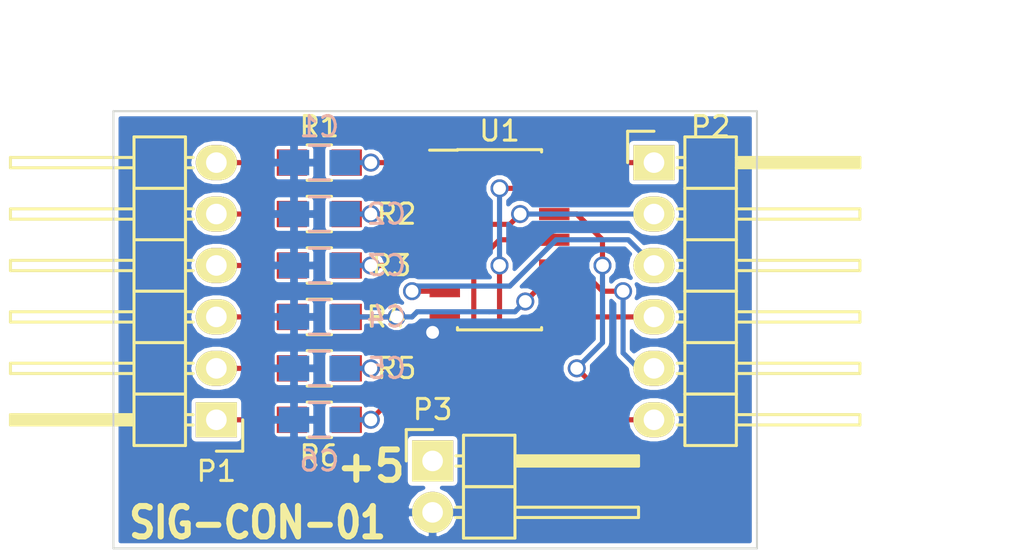
<source format=kicad_pcb>
(kicad_pcb (version 4) (host pcbnew "(after 2015-mar-04 BZR unknown)-product")

  (general
    (links 31)
    (no_connects 0)
    (area 19.423999 17.724 73.329714 44.838001)
    (thickness 1.6)
    (drawings 9)
    (tracks 92)
    (zones 0)
    (modules 16)
    (nets 20)
  )

  (page A)
  (title_block
    (title RasPi-GVS-Plus-CFG)
    (rev X1)
    (company land-boards.com)
  )

  (layers
    (0 F.Cu signal)
    (31 B.Cu signal)
    (36 B.SilkS user)
    (37 F.SilkS user)
    (38 B.Mask user)
    (39 F.Mask user)
    (40 Dwgs.User user)
    (41 Cmts.User user)
    (44 Edge.Cuts user)
  )

  (setup
    (last_trace_width 0.254)
    (user_trace_width 0.2032)
    (user_trace_width 0.635)
    (trace_clearance 0.2032)
    (zone_clearance 0.2032)
    (zone_45_only no)
    (trace_min 0.2032)
    (segment_width 0.2)
    (edge_width 0.1)
    (via_size 0.889)
    (via_drill 0.635)
    (via_min_size 0.889)
    (via_min_drill 0.508)
    (uvia_size 0.508)
    (uvia_drill 0.127)
    (uvias_allowed no)
    (uvia_min_size 0.508)
    (uvia_min_drill 0.127)
    (pcb_text_width 0.3)
    (pcb_text_size 1.5 1.5)
    (mod_edge_width 0.15)
    (mod_text_size 1.27 1.27)
    (mod_text_width 0.254)
    (pad_size 4.2418 4.2418)
    (pad_drill 2.49936)
    (pad_to_mask_clearance 0)
    (aux_axis_origin 0 0)
    (visible_elements 7FFFFF7F)
    (pcbplotparams
      (layerselection 0x010f0_80000001)
      (usegerberextensions false)
      (excludeedgelayer true)
      (linewidth 0.150000)
      (plotframeref false)
      (viasonmask false)
      (mode 1)
      (useauxorigin false)
      (hpglpennumber 1)
      (hpglpenspeed 20)
      (hpglpendiameter 15)
      (hpglpenoverlay 2)
      (psnegative false)
      (psa4output false)
      (plotreference true)
      (plotvalue true)
      (plotinvisibletext false)
      (padsonsilk false)
      (subtractmaskfromsilk false)
      (outputformat 1)
      (mirror false)
      (drillshape 0)
      (scaleselection 1)
      (outputdirectory plots/))
  )

  (net 0 "")
  (net 1 "Net-(C1-Pad1)")
  (net 2 GND)
  (net 3 "Net-(C2-Pad1)")
  (net 4 "Net-(C3-Pad1)")
  (net 5 "Net-(C4-Pad1)")
  (net 6 "Net-(C5-Pad1)")
  (net 7 "Net-(C6-Pad1)")
  (net 8 "Net-(P1-Pad1)")
  (net 9 "Net-(P1-Pad2)")
  (net 10 "Net-(P1-Pad3)")
  (net 11 "Net-(P1-Pad4)")
  (net 12 "Net-(P1-Pad5)")
  (net 13 "Net-(P1-Pad6)")
  (net 14 "Net-(P2-Pad1)")
  (net 15 "Net-(P2-Pad2)")
  (net 16 "Net-(P2-Pad3)")
  (net 17 "Net-(P2-Pad4)")
  (net 18 "Net-(P2-Pad5)")
  (net 19 "Net-(P2-Pad6)")

  (net_class Default "This is the default net class."
    (clearance 0.2032)
    (trace_width 0.254)
    (via_dia 0.889)
    (via_drill 0.635)
    (uvia_dia 0.508)
    (uvia_drill 0.127)
    (add_net GND)
    (add_net "Net-(C1-Pad1)")
    (add_net "Net-(C2-Pad1)")
    (add_net "Net-(C3-Pad1)")
    (add_net "Net-(C4-Pad1)")
    (add_net "Net-(C5-Pad1)")
    (add_net "Net-(C6-Pad1)")
    (add_net "Net-(P1-Pad1)")
    (add_net "Net-(P1-Pad2)")
    (add_net "Net-(P1-Pad3)")
    (add_net "Net-(P1-Pad4)")
    (add_net "Net-(P1-Pad5)")
    (add_net "Net-(P1-Pad6)")
    (add_net "Net-(P2-Pad1)")
    (add_net "Net-(P2-Pad2)")
    (add_net "Net-(P2-Pad3)")
    (add_net "Net-(P2-Pad4)")
    (add_net "Net-(P2-Pad5)")
    (add_net "Net-(P2-Pad6)")
  )

  (net_class POWER025 ""
    (clearance 0.381)
    (trace_width 0.635)
    (via_dia 0.889)
    (via_drill 0.635)
    (uvia_dia 0.508)
    (uvia_drill 0.127)
  )

  (module Capacitors_SMD:C_0805_HandSoldering (layer B.Cu) (tedit 57E45752) (tstamp 57E44B46)
    (at 35.56 25.4 180)
    (descr "Capacitor SMD 0805, hand soldering")
    (tags "capacitor 0805")
    (path /57E445DB)
    (attr smd)
    (fp_text reference C1 (at 0 1.778 180) (layer B.SilkS)
      (effects (font (size 1 1) (thickness 0.15)) (justify mirror))
    )
    (fp_text value C (at 0 -2.1 180) (layer F.SilkS) hide
      (effects (font (size 1 1) (thickness 0.15)))
    )
    (fp_line (start -2.3 1) (end 2.3 1) (layer B.CrtYd) (width 0.05))
    (fp_line (start -2.3 -1) (end 2.3 -1) (layer B.CrtYd) (width 0.05))
    (fp_line (start -2.3 1) (end -2.3 -1) (layer B.CrtYd) (width 0.05))
    (fp_line (start 2.3 1) (end 2.3 -1) (layer B.CrtYd) (width 0.05))
    (fp_line (start 0.5 0.85) (end -0.5 0.85) (layer B.SilkS) (width 0.15))
    (fp_line (start -0.5 -0.85) (end 0.5 -0.85) (layer B.SilkS) (width 0.15))
    (pad 1 smd rect (at -1.25 0 180) (size 1.5 1.25) (layers B.Cu B.Mask)
      (net 1 "Net-(C1-Pad1)"))
    (pad 2 smd rect (at 1.25 0 180) (size 1.5 1.25) (layers B.Cu B.Mask)
      (net 2 GND))
    (model Capacitors_SMD.3dshapes/C_0805_HandSoldering.wrl
      (at (xyz 0 0 0))
      (scale (xyz 1 1 1))
      (rotate (xyz 0 0 0))
    )
  )

  (module Capacitors_SMD:C_0805_HandSoldering (layer B.Cu) (tedit 57E4574A) (tstamp 57E44B52)
    (at 35.56 27.94 180)
    (descr "Capacitor SMD 0805, hand soldering")
    (tags "capacitor 0805")
    (path /57E478F7)
    (attr smd)
    (fp_text reference C2 (at -3.302 0 180) (layer B.SilkS)
      (effects (font (size 1 1) (thickness 0.15)) (justify mirror))
    )
    (fp_text value C (at 0 -2.1 180) (layer F.SilkS) hide
      (effects (font (size 1 1) (thickness 0.15)))
    )
    (fp_line (start -2.3 1) (end 2.3 1) (layer B.CrtYd) (width 0.05))
    (fp_line (start -2.3 -1) (end 2.3 -1) (layer B.CrtYd) (width 0.05))
    (fp_line (start -2.3 1) (end -2.3 -1) (layer B.CrtYd) (width 0.05))
    (fp_line (start 2.3 1) (end 2.3 -1) (layer B.CrtYd) (width 0.05))
    (fp_line (start 0.5 0.85) (end -0.5 0.85) (layer B.SilkS) (width 0.15))
    (fp_line (start -0.5 -0.85) (end 0.5 -0.85) (layer B.SilkS) (width 0.15))
    (pad 1 smd rect (at -1.25 0 180) (size 1.5 1.25) (layers B.Cu B.Mask)
      (net 3 "Net-(C2-Pad1)"))
    (pad 2 smd rect (at 1.25 0 180) (size 1.5 1.25) (layers B.Cu B.Mask)
      (net 2 GND))
    (model Capacitors_SMD.3dshapes/C_0805_HandSoldering.wrl
      (at (xyz 0 0 0))
      (scale (xyz 1 1 1))
      (rotate (xyz 0 0 0))
    )
  )

  (module Capacitors_SMD:C_0805_HandSoldering (layer B.Cu) (tedit 57E45743) (tstamp 57E44B5E)
    (at 35.56 30.48 180)
    (descr "Capacitor SMD 0805, hand soldering")
    (tags "capacitor 0805")
    (path /57E47951)
    (attr smd)
    (fp_text reference C3 (at -3.302 0 180) (layer B.SilkS)
      (effects (font (size 1 1) (thickness 0.15)) (justify mirror))
    )
    (fp_text value C (at 0 -2.1 180) (layer F.SilkS) hide
      (effects (font (size 1 1) (thickness 0.15)))
    )
    (fp_line (start -2.3 1) (end 2.3 1) (layer B.CrtYd) (width 0.05))
    (fp_line (start -2.3 -1) (end 2.3 -1) (layer B.CrtYd) (width 0.05))
    (fp_line (start -2.3 1) (end -2.3 -1) (layer B.CrtYd) (width 0.05))
    (fp_line (start 2.3 1) (end 2.3 -1) (layer B.CrtYd) (width 0.05))
    (fp_line (start 0.5 0.85) (end -0.5 0.85) (layer B.SilkS) (width 0.15))
    (fp_line (start -0.5 -0.85) (end 0.5 -0.85) (layer B.SilkS) (width 0.15))
    (pad 1 smd rect (at -1.25 0 180) (size 1.5 1.25) (layers B.Cu B.Mask)
      (net 4 "Net-(C3-Pad1)"))
    (pad 2 smd rect (at 1.25 0 180) (size 1.5 1.25) (layers B.Cu B.Mask)
      (net 2 GND))
    (model Capacitors_SMD.3dshapes/C_0805_HandSoldering.wrl
      (at (xyz 0 0 0))
      (scale (xyz 1 1 1))
      (rotate (xyz 0 0 0))
    )
  )

  (module Capacitors_SMD:C_0805_HandSoldering (layer B.Cu) (tedit 57E4573B) (tstamp 57E44B6A)
    (at 35.56 33.02 180)
    (descr "Capacitor SMD 0805, hand soldering")
    (tags "capacitor 0805")
    (path /57E479A9)
    (attr smd)
    (fp_text reference C4 (at -3.302 0 180) (layer B.SilkS)
      (effects (font (size 1 1) (thickness 0.15)) (justify mirror))
    )
    (fp_text value C (at 0 -2.1 180) (layer F.SilkS) hide
      (effects (font (size 1 1) (thickness 0.15)))
    )
    (fp_line (start -2.3 1) (end 2.3 1) (layer B.CrtYd) (width 0.05))
    (fp_line (start -2.3 -1) (end 2.3 -1) (layer B.CrtYd) (width 0.05))
    (fp_line (start -2.3 1) (end -2.3 -1) (layer B.CrtYd) (width 0.05))
    (fp_line (start 2.3 1) (end 2.3 -1) (layer B.CrtYd) (width 0.05))
    (fp_line (start 0.5 0.85) (end -0.5 0.85) (layer B.SilkS) (width 0.15))
    (fp_line (start -0.5 -0.85) (end 0.5 -0.85) (layer B.SilkS) (width 0.15))
    (pad 1 smd rect (at -1.25 0 180) (size 1.5 1.25) (layers B.Cu B.Mask)
      (net 5 "Net-(C4-Pad1)"))
    (pad 2 smd rect (at 1.25 0 180) (size 1.5 1.25) (layers B.Cu B.Mask)
      (net 2 GND))
    (model Capacitors_SMD.3dshapes/C_0805_HandSoldering.wrl
      (at (xyz 0 0 0))
      (scale (xyz 1 1 1))
      (rotate (xyz 0 0 0))
    )
  )

  (module Capacitors_SMD:C_0805_HandSoldering (layer B.Cu) (tedit 57E45732) (tstamp 57E44B76)
    (at 35.56 35.56 180)
    (descr "Capacitor SMD 0805, hand soldering")
    (tags "capacitor 0805")
    (path /57E47A01)
    (attr smd)
    (fp_text reference C5 (at -3.302 0 180) (layer B.SilkS)
      (effects (font (size 1 1) (thickness 0.15)) (justify mirror))
    )
    (fp_text value C (at 0 -2.1 180) (layer F.SilkS) hide
      (effects (font (size 1 1) (thickness 0.15)))
    )
    (fp_line (start -2.3 1) (end 2.3 1) (layer B.CrtYd) (width 0.05))
    (fp_line (start -2.3 -1) (end 2.3 -1) (layer B.CrtYd) (width 0.05))
    (fp_line (start -2.3 1) (end -2.3 -1) (layer B.CrtYd) (width 0.05))
    (fp_line (start 2.3 1) (end 2.3 -1) (layer B.CrtYd) (width 0.05))
    (fp_line (start 0.5 0.85) (end -0.5 0.85) (layer B.SilkS) (width 0.15))
    (fp_line (start -0.5 -0.85) (end 0.5 -0.85) (layer B.SilkS) (width 0.15))
    (pad 1 smd rect (at -1.25 0 180) (size 1.5 1.25) (layers B.Cu B.Mask)
      (net 6 "Net-(C5-Pad1)"))
    (pad 2 smd rect (at 1.25 0 180) (size 1.5 1.25) (layers B.Cu B.Mask)
      (net 2 GND))
    (model Capacitors_SMD.3dshapes/C_0805_HandSoldering.wrl
      (at (xyz 0 0 0))
      (scale (xyz 1 1 1))
      (rotate (xyz 0 0 0))
    )
  )

  (module Capacitors_SMD:C_0805_HandSoldering (layer B.Cu) (tedit 57E45720) (tstamp 57E44B82)
    (at 35.56 38.1 180)
    (descr "Capacitor SMD 0805, hand soldering")
    (tags "capacitor 0805")
    (path /57E47A67)
    (attr smd)
    (fp_text reference C6 (at 0 -2.032 180) (layer B.SilkS)
      (effects (font (size 1 1) (thickness 0.15)) (justify mirror))
    )
    (fp_text value C (at 0 -2.1 180) (layer F.SilkS) hide
      (effects (font (size 1 1) (thickness 0.15)))
    )
    (fp_line (start -2.3 1) (end 2.3 1) (layer B.CrtYd) (width 0.05))
    (fp_line (start -2.3 -1) (end 2.3 -1) (layer B.CrtYd) (width 0.05))
    (fp_line (start -2.3 1) (end -2.3 -1) (layer B.CrtYd) (width 0.05))
    (fp_line (start 2.3 1) (end 2.3 -1) (layer B.CrtYd) (width 0.05))
    (fp_line (start 0.5 0.85) (end -0.5 0.85) (layer B.SilkS) (width 0.15))
    (fp_line (start -0.5 -0.85) (end 0.5 -0.85) (layer B.SilkS) (width 0.15))
    (pad 1 smd rect (at -1.25 0 180) (size 1.5 1.25) (layers B.Cu B.Mask)
      (net 7 "Net-(C6-Pad1)"))
    (pad 2 smd rect (at 1.25 0 180) (size 1.5 1.25) (layers B.Cu B.Mask)
      (net 2 GND))
    (model Capacitors_SMD.3dshapes/C_0805_HandSoldering.wrl
      (at (xyz 0 0 0))
      (scale (xyz 1 1 1))
      (rotate (xyz 0 0 0))
    )
  )

  (module Resistors_SMD:R_0805_HandSoldering (layer F.Cu) (tedit 57E457C0) (tstamp 57E44BC0)
    (at 35.56 25.4 180)
    (descr "Resistor SMD 0805, hand soldering")
    (tags "resistor 0805")
    (path /57E4455B)
    (attr smd)
    (fp_text reference R1 (at 0 1.778 180) (layer F.SilkS)
      (effects (font (size 1 1) (thickness 0.15)))
    )
    (fp_text value R (at -0.254 1.778 180) (layer F.SilkS) hide
      (effects (font (size 1 1) (thickness 0.15)))
    )
    (fp_line (start -2.4 -1) (end 2.4 -1) (layer F.CrtYd) (width 0.05))
    (fp_line (start -2.4 1) (end 2.4 1) (layer F.CrtYd) (width 0.05))
    (fp_line (start -2.4 -1) (end -2.4 1) (layer F.CrtYd) (width 0.05))
    (fp_line (start 2.4 -1) (end 2.4 1) (layer F.CrtYd) (width 0.05))
    (fp_line (start 0.6 0.875) (end -0.6 0.875) (layer F.SilkS) (width 0.15))
    (fp_line (start -0.6 -0.875) (end 0.6 -0.875) (layer F.SilkS) (width 0.15))
    (pad 1 smd rect (at -1.35 0 180) (size 1.5 1.3) (layers F.Cu F.Mask)
      (net 1 "Net-(C1-Pad1)"))
    (pad 2 smd rect (at 1.35 0 180) (size 1.5 1.3) (layers F.Cu F.Mask)
      (net 13 "Net-(P1-Pad6)"))
    (model Resistors_SMD.3dshapes/R_0805_HandSoldering.wrl
      (at (xyz 0 0 0))
      (scale (xyz 1 1 1))
      (rotate (xyz 0 0 0))
    )
  )

  (module Resistors_SMD:R_0805_HandSoldering (layer F.Cu) (tedit 57E45839) (tstamp 57E44BCC)
    (at 35.56 27.94 180)
    (descr "Resistor SMD 0805, hand soldering")
    (tags "resistor 0805")
    (path /57E476CE)
    (attr smd)
    (fp_text reference R2 (at -3.81 0 180) (layer F.SilkS)
      (effects (font (size 1 1) (thickness 0.15)))
    )
    (fp_text value R (at 0 2.1 180) (layer F.SilkS) hide
      (effects (font (size 1 1) (thickness 0.15)))
    )
    (fp_line (start -2.4 -1) (end 2.4 -1) (layer F.CrtYd) (width 0.05))
    (fp_line (start -2.4 1) (end 2.4 1) (layer F.CrtYd) (width 0.05))
    (fp_line (start -2.4 -1) (end -2.4 1) (layer F.CrtYd) (width 0.05))
    (fp_line (start 2.4 -1) (end 2.4 1) (layer F.CrtYd) (width 0.05))
    (fp_line (start 0.6 0.875) (end -0.6 0.875) (layer F.SilkS) (width 0.15))
    (fp_line (start -0.6 -0.875) (end 0.6 -0.875) (layer F.SilkS) (width 0.15))
    (pad 1 smd rect (at -1.35 0 180) (size 1.5 1.3) (layers F.Cu F.Mask)
      (net 3 "Net-(C2-Pad1)"))
    (pad 2 smd rect (at 1.35 0 180) (size 1.5 1.3) (layers F.Cu F.Mask)
      (net 12 "Net-(P1-Pad5)"))
    (model Resistors_SMD.3dshapes/R_0805_HandSoldering.wrl
      (at (xyz 0 0 0))
      (scale (xyz 1 1 1))
      (rotate (xyz 0 0 0))
    )
  )

  (module Resistors_SMD:R_0805_HandSoldering (layer F.Cu) (tedit 57E4583E) (tstamp 57E44BD8)
    (at 35.56 30.48 180)
    (descr "Resistor SMD 0805, hand soldering")
    (tags "resistor 0805")
    (path /57E47718)
    (attr smd)
    (fp_text reference R3 (at -3.556 0 180) (layer F.SilkS)
      (effects (font (size 1 1) (thickness 0.15)))
    )
    (fp_text value R (at 0 2.1 180) (layer F.SilkS) hide
      (effects (font (size 1 1) (thickness 0.15)))
    )
    (fp_line (start -2.4 -1) (end 2.4 -1) (layer F.CrtYd) (width 0.05))
    (fp_line (start -2.4 1) (end 2.4 1) (layer F.CrtYd) (width 0.05))
    (fp_line (start -2.4 -1) (end -2.4 1) (layer F.CrtYd) (width 0.05))
    (fp_line (start 2.4 -1) (end 2.4 1) (layer F.CrtYd) (width 0.05))
    (fp_line (start 0.6 0.875) (end -0.6 0.875) (layer F.SilkS) (width 0.15))
    (fp_line (start -0.6 -0.875) (end 0.6 -0.875) (layer F.SilkS) (width 0.15))
    (pad 1 smd rect (at -1.35 0 180) (size 1.5 1.3) (layers F.Cu F.Mask)
      (net 4 "Net-(C3-Pad1)"))
    (pad 2 smd rect (at 1.35 0 180) (size 1.5 1.3) (layers F.Cu F.Mask)
      (net 11 "Net-(P1-Pad4)"))
    (model Resistors_SMD.3dshapes/R_0805_HandSoldering.wrl
      (at (xyz 0 0 0))
      (scale (xyz 1 1 1))
      (rotate (xyz 0 0 0))
    )
  )

  (module Resistors_SMD:R_0805_HandSoldering (layer F.Cu) (tedit 57E457D2) (tstamp 57E44BE4)
    (at 35.56 33.02 180)
    (descr "Resistor SMD 0805, hand soldering")
    (tags "resistor 0805")
    (path /57E47766)
    (attr smd)
    (fp_text reference R4 (at -3.302 0 180) (layer F.SilkS)
      (effects (font (size 1 1) (thickness 0.15)))
    )
    (fp_text value R (at 0 2.1 180) (layer F.SilkS) hide
      (effects (font (size 1 1) (thickness 0.15)))
    )
    (fp_line (start -2.4 -1) (end 2.4 -1) (layer F.CrtYd) (width 0.05))
    (fp_line (start -2.4 1) (end 2.4 1) (layer F.CrtYd) (width 0.05))
    (fp_line (start -2.4 -1) (end -2.4 1) (layer F.CrtYd) (width 0.05))
    (fp_line (start 2.4 -1) (end 2.4 1) (layer F.CrtYd) (width 0.05))
    (fp_line (start 0.6 0.875) (end -0.6 0.875) (layer F.SilkS) (width 0.15))
    (fp_line (start -0.6 -0.875) (end 0.6 -0.875) (layer F.SilkS) (width 0.15))
    (pad 1 smd rect (at -1.35 0 180) (size 1.5 1.3) (layers F.Cu F.Mask)
      (net 5 "Net-(C4-Pad1)"))
    (pad 2 smd rect (at 1.35 0 180) (size 1.5 1.3) (layers F.Cu F.Mask)
      (net 10 "Net-(P1-Pad3)"))
    (model Resistors_SMD.3dshapes/R_0805_HandSoldering.wrl
      (at (xyz 0 0 0))
      (scale (xyz 1 1 1))
      (rotate (xyz 0 0 0))
    )
  )

  (module Resistors_SMD:R_0805_HandSoldering (layer F.Cu) (tedit 57E45844) (tstamp 57E44BF0)
    (at 35.56 35.56 180)
    (descr "Resistor SMD 0805, hand soldering")
    (tags "resistor 0805")
    (path /57E477B6)
    (attr smd)
    (fp_text reference R5 (at -3.81 0 180) (layer F.SilkS)
      (effects (font (size 1 1) (thickness 0.15)))
    )
    (fp_text value R (at 0 2.1 180) (layer F.SilkS) hide
      (effects (font (size 1 1) (thickness 0.15)))
    )
    (fp_line (start -2.4 -1) (end 2.4 -1) (layer F.CrtYd) (width 0.05))
    (fp_line (start -2.4 1) (end 2.4 1) (layer F.CrtYd) (width 0.05))
    (fp_line (start -2.4 -1) (end -2.4 1) (layer F.CrtYd) (width 0.05))
    (fp_line (start 2.4 -1) (end 2.4 1) (layer F.CrtYd) (width 0.05))
    (fp_line (start 0.6 0.875) (end -0.6 0.875) (layer F.SilkS) (width 0.15))
    (fp_line (start -0.6 -0.875) (end 0.6 -0.875) (layer F.SilkS) (width 0.15))
    (pad 1 smd rect (at -1.35 0 180) (size 1.5 1.3) (layers F.Cu F.Mask)
      (net 6 "Net-(C5-Pad1)"))
    (pad 2 smd rect (at 1.35 0 180) (size 1.5 1.3) (layers F.Cu F.Mask)
      (net 9 "Net-(P1-Pad2)"))
    (model Resistors_SMD.3dshapes/R_0805_HandSoldering.wrl
      (at (xyz 0 0 0))
      (scale (xyz 1 1 1))
      (rotate (xyz 0 0 0))
    )
  )

  (module Resistors_SMD:R_0805_HandSoldering (layer F.Cu) (tedit 57E457DB) (tstamp 57E44BFC)
    (at 35.56 38.1 180)
    (descr "Resistor SMD 0805, hand soldering")
    (tags "resistor 0805")
    (path /57E47808)
    (attr smd)
    (fp_text reference R6 (at 0 -1.778 180) (layer F.SilkS)
      (effects (font (size 1 1) (thickness 0.15)))
    )
    (fp_text value R (at 0 2.1 180) (layer F.SilkS) hide
      (effects (font (size 1 1) (thickness 0.15)))
    )
    (fp_line (start -2.4 -1) (end 2.4 -1) (layer F.CrtYd) (width 0.05))
    (fp_line (start -2.4 1) (end 2.4 1) (layer F.CrtYd) (width 0.05))
    (fp_line (start -2.4 -1) (end -2.4 1) (layer F.CrtYd) (width 0.05))
    (fp_line (start 2.4 -1) (end 2.4 1) (layer F.CrtYd) (width 0.05))
    (fp_line (start 0.6 0.875) (end -0.6 0.875) (layer F.SilkS) (width 0.15))
    (fp_line (start -0.6 -0.875) (end 0.6 -0.875) (layer F.SilkS) (width 0.15))
    (pad 1 smd rect (at -1.35 0 180) (size 1.5 1.3) (layers F.Cu F.Mask)
      (net 7 "Net-(C6-Pad1)"))
    (pad 2 smd rect (at 1.35 0 180) (size 1.5 1.3) (layers F.Cu F.Mask)
      (net 8 "Net-(P1-Pad1)"))
    (model Resistors_SMD.3dshapes/R_0805_HandSoldering.wrl
      (at (xyz 0 0 0))
      (scale (xyz 1 1 1))
      (rotate (xyz 0 0 0))
    )
  )

  (module Housings_SOIC:SOIC-14_3.9x8.7mm_Pitch1.27mm (layer F.Cu) (tedit 57E4581B) (tstamp 57E44C1E)
    (at 44.45 29.21)
    (descr "14-Lead Plastic Small Outline (SL) - Narrow, 3.90 mm Body [SOIC] (see Microchip Packaging Specification 00000049BS.pdf)")
    (tags "SOIC 1.27")
    (path /57E44892)
    (attr smd)
    (fp_text reference U1 (at 0 -5.375) (layer F.SilkS)
      (effects (font (size 1 1) (thickness 0.15)))
    )
    (fp_text value 74AC14 (at 0 5.375) (layer F.SilkS) hide
      (effects (font (size 1 1) (thickness 0.15)))
    )
    (fp_circle (center -1.25 -3.75) (end -1.5 -3.75) (layer F.Fab) (width 0.15))
    (fp_line (start -1.95 -4.35) (end -1.95 4.35) (layer F.Fab) (width 0.15))
    (fp_line (start 1.95 -4.35) (end -1.95 -4.35) (layer F.Fab) (width 0.15))
    (fp_line (start 1.95 4.35) (end 1.95 -4.35) (layer F.Fab) (width 0.15))
    (fp_line (start -1.95 4.35) (end 1.95 4.35) (layer F.Fab) (width 0.15))
    (fp_line (start -3.7 -4.65) (end -3.7 4.65) (layer F.CrtYd) (width 0.05))
    (fp_line (start 3.7 -4.65) (end 3.7 4.65) (layer F.CrtYd) (width 0.05))
    (fp_line (start -3.7 -4.65) (end 3.7 -4.65) (layer F.CrtYd) (width 0.05))
    (fp_line (start -3.7 4.65) (end 3.7 4.65) (layer F.CrtYd) (width 0.05))
    (fp_line (start -2.075 -4.45) (end -2.075 -4.425) (layer F.SilkS) (width 0.15))
    (fp_line (start 2.075 -4.45) (end 2.075 -4.335) (layer F.SilkS) (width 0.15))
    (fp_line (start 2.075 4.45) (end 2.075 4.335) (layer F.SilkS) (width 0.15))
    (fp_line (start -2.075 4.45) (end -2.075 4.335) (layer F.SilkS) (width 0.15))
    (fp_line (start -2.075 -4.45) (end 2.075 -4.45) (layer F.SilkS) (width 0.15))
    (fp_line (start -2.075 4.45) (end 2.075 4.45) (layer F.SilkS) (width 0.15))
    (fp_line (start -2.075 -4.425) (end -3.45 -4.425) (layer F.SilkS) (width 0.15))
    (pad 1 smd rect (at -2.7 -3.81) (size 1.5 0.6) (layers F.Cu F.Mask)
      (net 1 "Net-(C1-Pad1)"))
    (pad 2 smd rect (at -2.7 -2.54) (size 1.5 0.6) (layers F.Cu F.Mask)
      (net 14 "Net-(P2-Pad1)"))
    (pad 3 smd rect (at -2.7 -1.27) (size 1.5 0.6) (layers F.Cu F.Mask)
      (net 3 "Net-(C2-Pad1)"))
    (pad 4 smd rect (at -2.7 0) (size 1.5 0.6) (layers F.Cu F.Mask)
      (net 15 "Net-(P2-Pad2)"))
    (pad 5 smd rect (at -2.7 1.27) (size 1.5 0.6) (layers F.Cu F.Mask)
      (net 4 "Net-(C3-Pad1)"))
    (pad 6 smd rect (at -2.7 2.54) (size 1.5 0.6) (layers F.Cu F.Mask)
      (net 16 "Net-(P2-Pad3)"))
    (pad 7 smd rect (at -2.7 3.81) (size 1.5 0.6) (layers F.Cu F.Mask)
      (net 2 GND))
    (pad 8 smd rect (at 2.7 3.81) (size 1.5 0.6) (layers F.Cu F.Mask)
      (net 17 "Net-(P2-Pad4)"))
    (pad 9 smd rect (at 2.7 2.54) (size 1.5 0.6) (layers F.Cu F.Mask)
      (net 5 "Net-(C4-Pad1)"))
    (pad 10 smd rect (at 2.7 1.27) (size 1.5 0.6) (layers F.Cu F.Mask)
      (net 18 "Net-(P2-Pad5)"))
    (pad 11 smd rect (at 2.7 0) (size 1.5 0.6) (layers F.Cu F.Mask)
      (net 6 "Net-(C5-Pad1)"))
    (pad 12 smd rect (at 2.7 -1.27) (size 1.5 0.6) (layers F.Cu F.Mask)
      (net 19 "Net-(P2-Pad6)"))
    (pad 13 smd rect (at 2.7 -2.54) (size 1.5 0.6) (layers F.Cu F.Mask)
      (net 7 "Net-(C6-Pad1)"))
    (pad 14 smd rect (at 2.7 -3.81) (size 1.5 0.6) (layers F.Cu F.Mask))
    (model Housings_SOIC.3dshapes/SOIC-14_3.9x8.7mm_Pitch1.27mm.wrl
      (at (xyz 0 0 0))
      (scale (xyz 1 1 1))
      (rotate (xyz 0 0 0))
    )
  )

  (module Pin_Headers:Pin_Header_Angled_1x06 (layer F.Cu) (tedit 57E457EC) (tstamp 57E44EEC)
    (at 30.48 38.1 180)
    (descr "Through hole pin header")
    (tags "pin header")
    (path /57E44804)
    (fp_text reference P1 (at 0 -2.54 180) (layer F.SilkS)
      (effects (font (size 1 1) (thickness 0.15)))
    )
    (fp_text value CONN_01X06 (at 0 -3.1 180) (layer F.SilkS) hide
      (effects (font (size 1 1) (thickness 0.15)))
    )
    (fp_line (start -1.5 -1.75) (end -1.5 14.45) (layer F.CrtYd) (width 0.05))
    (fp_line (start 10.65 -1.75) (end 10.65 14.45) (layer F.CrtYd) (width 0.05))
    (fp_line (start -1.5 -1.75) (end 10.65 -1.75) (layer F.CrtYd) (width 0.05))
    (fp_line (start -1.5 14.45) (end 10.65 14.45) (layer F.CrtYd) (width 0.05))
    (fp_line (start -1.3 -1.55) (end -1.3 0) (layer F.SilkS) (width 0.15))
    (fp_line (start 0 -1.55) (end -1.3 -1.55) (layer F.SilkS) (width 0.15))
    (fp_line (start 4.191 -0.127) (end 10.033 -0.127) (layer F.SilkS) (width 0.15))
    (fp_line (start 10.033 -0.127) (end 10.033 0.127) (layer F.SilkS) (width 0.15))
    (fp_line (start 10.033 0.127) (end 4.191 0.127) (layer F.SilkS) (width 0.15))
    (fp_line (start 4.191 0.127) (end 4.191 0) (layer F.SilkS) (width 0.15))
    (fp_line (start 4.191 0) (end 10.033 0) (layer F.SilkS) (width 0.15))
    (fp_line (start 1.524 -0.254) (end 1.143 -0.254) (layer F.SilkS) (width 0.15))
    (fp_line (start 1.524 0.254) (end 1.143 0.254) (layer F.SilkS) (width 0.15))
    (fp_line (start 1.524 2.286) (end 1.143 2.286) (layer F.SilkS) (width 0.15))
    (fp_line (start 1.524 2.794) (end 1.143 2.794) (layer F.SilkS) (width 0.15))
    (fp_line (start 1.524 4.826) (end 1.143 4.826) (layer F.SilkS) (width 0.15))
    (fp_line (start 1.524 5.334) (end 1.143 5.334) (layer F.SilkS) (width 0.15))
    (fp_line (start 1.524 12.954) (end 1.143 12.954) (layer F.SilkS) (width 0.15))
    (fp_line (start 1.524 12.446) (end 1.143 12.446) (layer F.SilkS) (width 0.15))
    (fp_line (start 1.524 10.414) (end 1.143 10.414) (layer F.SilkS) (width 0.15))
    (fp_line (start 1.524 9.906) (end 1.143 9.906) (layer F.SilkS) (width 0.15))
    (fp_line (start 1.524 7.874) (end 1.143 7.874) (layer F.SilkS) (width 0.15))
    (fp_line (start 1.524 7.366) (end 1.143 7.366) (layer F.SilkS) (width 0.15))
    (fp_line (start 1.524 -1.27) (end 4.064 -1.27) (layer F.SilkS) (width 0.15))
    (fp_line (start 1.524 1.27) (end 4.064 1.27) (layer F.SilkS) (width 0.15))
    (fp_line (start 1.524 1.27) (end 1.524 3.81) (layer F.SilkS) (width 0.15))
    (fp_line (start 1.524 3.81) (end 4.064 3.81) (layer F.SilkS) (width 0.15))
    (fp_line (start 4.064 2.286) (end 10.16 2.286) (layer F.SilkS) (width 0.15))
    (fp_line (start 10.16 2.286) (end 10.16 2.794) (layer F.SilkS) (width 0.15))
    (fp_line (start 10.16 2.794) (end 4.064 2.794) (layer F.SilkS) (width 0.15))
    (fp_line (start 4.064 3.81) (end 4.064 1.27) (layer F.SilkS) (width 0.15))
    (fp_line (start 4.064 1.27) (end 4.064 -1.27) (layer F.SilkS) (width 0.15))
    (fp_line (start 10.16 0.254) (end 4.064 0.254) (layer F.SilkS) (width 0.15))
    (fp_line (start 10.16 -0.254) (end 10.16 0.254) (layer F.SilkS) (width 0.15))
    (fp_line (start 4.064 -0.254) (end 10.16 -0.254) (layer F.SilkS) (width 0.15))
    (fp_line (start 1.524 1.27) (end 4.064 1.27) (layer F.SilkS) (width 0.15))
    (fp_line (start 1.524 -1.27) (end 1.524 1.27) (layer F.SilkS) (width 0.15))
    (fp_line (start 1.524 8.89) (end 4.064 8.89) (layer F.SilkS) (width 0.15))
    (fp_line (start 1.524 8.89) (end 1.524 11.43) (layer F.SilkS) (width 0.15))
    (fp_line (start 1.524 11.43) (end 4.064 11.43) (layer F.SilkS) (width 0.15))
    (fp_line (start 4.064 9.906) (end 10.16 9.906) (layer F.SilkS) (width 0.15))
    (fp_line (start 10.16 9.906) (end 10.16 10.414) (layer F.SilkS) (width 0.15))
    (fp_line (start 10.16 10.414) (end 4.064 10.414) (layer F.SilkS) (width 0.15))
    (fp_line (start 4.064 11.43) (end 4.064 8.89) (layer F.SilkS) (width 0.15))
    (fp_line (start 4.064 13.97) (end 4.064 11.43) (layer F.SilkS) (width 0.15))
    (fp_line (start 10.16 12.954) (end 4.064 12.954) (layer F.SilkS) (width 0.15))
    (fp_line (start 10.16 12.446) (end 10.16 12.954) (layer F.SilkS) (width 0.15))
    (fp_line (start 4.064 12.446) (end 10.16 12.446) (layer F.SilkS) (width 0.15))
    (fp_line (start 1.524 13.97) (end 4.064 13.97) (layer F.SilkS) (width 0.15))
    (fp_line (start 1.524 11.43) (end 1.524 13.97) (layer F.SilkS) (width 0.15))
    (fp_line (start 1.524 11.43) (end 4.064 11.43) (layer F.SilkS) (width 0.15))
    (fp_line (start 1.524 6.35) (end 4.064 6.35) (layer F.SilkS) (width 0.15))
    (fp_line (start 1.524 6.35) (end 1.524 8.89) (layer F.SilkS) (width 0.15))
    (fp_line (start 1.524 8.89) (end 4.064 8.89) (layer F.SilkS) (width 0.15))
    (fp_line (start 4.064 7.366) (end 10.16 7.366) (layer F.SilkS) (width 0.15))
    (fp_line (start 10.16 7.366) (end 10.16 7.874) (layer F.SilkS) (width 0.15))
    (fp_line (start 10.16 7.874) (end 4.064 7.874) (layer F.SilkS) (width 0.15))
    (fp_line (start 4.064 8.89) (end 4.064 6.35) (layer F.SilkS) (width 0.15))
    (fp_line (start 4.064 6.35) (end 4.064 3.81) (layer F.SilkS) (width 0.15))
    (fp_line (start 10.16 5.334) (end 4.064 5.334) (layer F.SilkS) (width 0.15))
    (fp_line (start 10.16 4.826) (end 10.16 5.334) (layer F.SilkS) (width 0.15))
    (fp_line (start 4.064 4.826) (end 10.16 4.826) (layer F.SilkS) (width 0.15))
    (fp_line (start 1.524 6.35) (end 4.064 6.35) (layer F.SilkS) (width 0.15))
    (fp_line (start 1.524 3.81) (end 1.524 6.35) (layer F.SilkS) (width 0.15))
    (fp_line (start 1.524 3.81) (end 4.064 3.81) (layer F.SilkS) (width 0.15))
    (pad 1 thru_hole rect (at 0 0 180) (size 2.032 1.7272) (drill 1.016) (layers *.Cu *.Mask F.SilkS)
      (net 8 "Net-(P1-Pad1)"))
    (pad 2 thru_hole oval (at 0 2.54 180) (size 2.032 1.7272) (drill 1.016) (layers *.Cu *.Mask F.SilkS)
      (net 9 "Net-(P1-Pad2)"))
    (pad 3 thru_hole oval (at 0 5.08 180) (size 2.032 1.7272) (drill 1.016) (layers *.Cu *.Mask F.SilkS)
      (net 10 "Net-(P1-Pad3)"))
    (pad 4 thru_hole oval (at 0 7.62 180) (size 2.032 1.7272) (drill 1.016) (layers *.Cu *.Mask F.SilkS)
      (net 11 "Net-(P1-Pad4)"))
    (pad 5 thru_hole oval (at 0 10.16 180) (size 2.032 1.7272) (drill 1.016) (layers *.Cu *.Mask F.SilkS)
      (net 12 "Net-(P1-Pad5)"))
    (pad 6 thru_hole oval (at 0 12.7 180) (size 2.032 1.7272) (drill 1.016) (layers *.Cu *.Mask F.SilkS)
      (net 13 "Net-(P1-Pad6)"))
    (model Pin_Headers.3dshapes/Pin_Header_Angled_1x06.wrl
      (at (xyz 0 -0.25 0))
      (scale (xyz 1 1 1))
      (rotate (xyz 0 0 90))
    )
  )

  (module Pin_Headers:Pin_Header_Angled_1x06 (layer F.Cu) (tedit 57E4580F) (tstamp 57E44F37)
    (at 52.07 25.4)
    (descr "Through hole pin header")
    (tags "pin header")
    (path /57E472C4)
    (fp_text reference P2 (at 2.794 -1.778) (layer F.SilkS)
      (effects (font (size 1 1) (thickness 0.15)))
    )
    (fp_text value CONN_01X06 (at 0 -3.1) (layer F.SilkS) hide
      (effects (font (size 1 1) (thickness 0.15)))
    )
    (fp_line (start -1.5 -1.75) (end -1.5 14.45) (layer F.CrtYd) (width 0.05))
    (fp_line (start 10.65 -1.75) (end 10.65 14.45) (layer F.CrtYd) (width 0.05))
    (fp_line (start -1.5 -1.75) (end 10.65 -1.75) (layer F.CrtYd) (width 0.05))
    (fp_line (start -1.5 14.45) (end 10.65 14.45) (layer F.CrtYd) (width 0.05))
    (fp_line (start -1.3 -1.55) (end -1.3 0) (layer F.SilkS) (width 0.15))
    (fp_line (start 0 -1.55) (end -1.3 -1.55) (layer F.SilkS) (width 0.15))
    (fp_line (start 4.191 -0.127) (end 10.033 -0.127) (layer F.SilkS) (width 0.15))
    (fp_line (start 10.033 -0.127) (end 10.033 0.127) (layer F.SilkS) (width 0.15))
    (fp_line (start 10.033 0.127) (end 4.191 0.127) (layer F.SilkS) (width 0.15))
    (fp_line (start 4.191 0.127) (end 4.191 0) (layer F.SilkS) (width 0.15))
    (fp_line (start 4.191 0) (end 10.033 0) (layer F.SilkS) (width 0.15))
    (fp_line (start 1.524 -0.254) (end 1.143 -0.254) (layer F.SilkS) (width 0.15))
    (fp_line (start 1.524 0.254) (end 1.143 0.254) (layer F.SilkS) (width 0.15))
    (fp_line (start 1.524 2.286) (end 1.143 2.286) (layer F.SilkS) (width 0.15))
    (fp_line (start 1.524 2.794) (end 1.143 2.794) (layer F.SilkS) (width 0.15))
    (fp_line (start 1.524 4.826) (end 1.143 4.826) (layer F.SilkS) (width 0.15))
    (fp_line (start 1.524 5.334) (end 1.143 5.334) (layer F.SilkS) (width 0.15))
    (fp_line (start 1.524 12.954) (end 1.143 12.954) (layer F.SilkS) (width 0.15))
    (fp_line (start 1.524 12.446) (end 1.143 12.446) (layer F.SilkS) (width 0.15))
    (fp_line (start 1.524 10.414) (end 1.143 10.414) (layer F.SilkS) (width 0.15))
    (fp_line (start 1.524 9.906) (end 1.143 9.906) (layer F.SilkS) (width 0.15))
    (fp_line (start 1.524 7.874) (end 1.143 7.874) (layer F.SilkS) (width 0.15))
    (fp_line (start 1.524 7.366) (end 1.143 7.366) (layer F.SilkS) (width 0.15))
    (fp_line (start 1.524 -1.27) (end 4.064 -1.27) (layer F.SilkS) (width 0.15))
    (fp_line (start 1.524 1.27) (end 4.064 1.27) (layer F.SilkS) (width 0.15))
    (fp_line (start 1.524 1.27) (end 1.524 3.81) (layer F.SilkS) (width 0.15))
    (fp_line (start 1.524 3.81) (end 4.064 3.81) (layer F.SilkS) (width 0.15))
    (fp_line (start 4.064 2.286) (end 10.16 2.286) (layer F.SilkS) (width 0.15))
    (fp_line (start 10.16 2.286) (end 10.16 2.794) (layer F.SilkS) (width 0.15))
    (fp_line (start 10.16 2.794) (end 4.064 2.794) (layer F.SilkS) (width 0.15))
    (fp_line (start 4.064 3.81) (end 4.064 1.27) (layer F.SilkS) (width 0.15))
    (fp_line (start 4.064 1.27) (end 4.064 -1.27) (layer F.SilkS) (width 0.15))
    (fp_line (start 10.16 0.254) (end 4.064 0.254) (layer F.SilkS) (width 0.15))
    (fp_line (start 10.16 -0.254) (end 10.16 0.254) (layer F.SilkS) (width 0.15))
    (fp_line (start 4.064 -0.254) (end 10.16 -0.254) (layer F.SilkS) (width 0.15))
    (fp_line (start 1.524 1.27) (end 4.064 1.27) (layer F.SilkS) (width 0.15))
    (fp_line (start 1.524 -1.27) (end 1.524 1.27) (layer F.SilkS) (width 0.15))
    (fp_line (start 1.524 8.89) (end 4.064 8.89) (layer F.SilkS) (width 0.15))
    (fp_line (start 1.524 8.89) (end 1.524 11.43) (layer F.SilkS) (width 0.15))
    (fp_line (start 1.524 11.43) (end 4.064 11.43) (layer F.SilkS) (width 0.15))
    (fp_line (start 4.064 9.906) (end 10.16 9.906) (layer F.SilkS) (width 0.15))
    (fp_line (start 10.16 9.906) (end 10.16 10.414) (layer F.SilkS) (width 0.15))
    (fp_line (start 10.16 10.414) (end 4.064 10.414) (layer F.SilkS) (width 0.15))
    (fp_line (start 4.064 11.43) (end 4.064 8.89) (layer F.SilkS) (width 0.15))
    (fp_line (start 4.064 13.97) (end 4.064 11.43) (layer F.SilkS) (width 0.15))
    (fp_line (start 10.16 12.954) (end 4.064 12.954) (layer F.SilkS) (width 0.15))
    (fp_line (start 10.16 12.446) (end 10.16 12.954) (layer F.SilkS) (width 0.15))
    (fp_line (start 4.064 12.446) (end 10.16 12.446) (layer F.SilkS) (width 0.15))
    (fp_line (start 1.524 13.97) (end 4.064 13.97) (layer F.SilkS) (width 0.15))
    (fp_line (start 1.524 11.43) (end 1.524 13.97) (layer F.SilkS) (width 0.15))
    (fp_line (start 1.524 11.43) (end 4.064 11.43) (layer F.SilkS) (width 0.15))
    (fp_line (start 1.524 6.35) (end 4.064 6.35) (layer F.SilkS) (width 0.15))
    (fp_line (start 1.524 6.35) (end 1.524 8.89) (layer F.SilkS) (width 0.15))
    (fp_line (start 1.524 8.89) (end 4.064 8.89) (layer F.SilkS) (width 0.15))
    (fp_line (start 4.064 7.366) (end 10.16 7.366) (layer F.SilkS) (width 0.15))
    (fp_line (start 10.16 7.366) (end 10.16 7.874) (layer F.SilkS) (width 0.15))
    (fp_line (start 10.16 7.874) (end 4.064 7.874) (layer F.SilkS) (width 0.15))
    (fp_line (start 4.064 8.89) (end 4.064 6.35) (layer F.SilkS) (width 0.15))
    (fp_line (start 4.064 6.35) (end 4.064 3.81) (layer F.SilkS) (width 0.15))
    (fp_line (start 10.16 5.334) (end 4.064 5.334) (layer F.SilkS) (width 0.15))
    (fp_line (start 10.16 4.826) (end 10.16 5.334) (layer F.SilkS) (width 0.15))
    (fp_line (start 4.064 4.826) (end 10.16 4.826) (layer F.SilkS) (width 0.15))
    (fp_line (start 1.524 6.35) (end 4.064 6.35) (layer F.SilkS) (width 0.15))
    (fp_line (start 1.524 3.81) (end 1.524 6.35) (layer F.SilkS) (width 0.15))
    (fp_line (start 1.524 3.81) (end 4.064 3.81) (layer F.SilkS) (width 0.15))
    (pad 1 thru_hole rect (at 0 0) (size 2.032 1.7272) (drill 1.016) (layers *.Cu *.Mask F.SilkS)
      (net 14 "Net-(P2-Pad1)"))
    (pad 2 thru_hole oval (at 0 2.54) (size 2.032 1.7272) (drill 1.016) (layers *.Cu *.Mask F.SilkS)
      (net 15 "Net-(P2-Pad2)"))
    (pad 3 thru_hole oval (at 0 5.08) (size 2.032 1.7272) (drill 1.016) (layers *.Cu *.Mask F.SilkS)
      (net 16 "Net-(P2-Pad3)"))
    (pad 4 thru_hole oval (at 0 7.62) (size 2.032 1.7272) (drill 1.016) (layers *.Cu *.Mask F.SilkS)
      (net 17 "Net-(P2-Pad4)"))
    (pad 5 thru_hole oval (at 0 10.16) (size 2.032 1.7272) (drill 1.016) (layers *.Cu *.Mask F.SilkS)
      (net 18 "Net-(P2-Pad5)"))
    (pad 6 thru_hole oval (at 0 12.7) (size 2.032 1.7272) (drill 1.016) (layers *.Cu *.Mask F.SilkS)
      (net 19 "Net-(P2-Pad6)"))
    (model Pin_Headers.3dshapes/Pin_Header_Angled_1x06.wrl
      (at (xyz 0 -0.25 0))
      (scale (xyz 1 1 1))
      (rotate (xyz 0 0 90))
    )
  )

  (module Pin_Headers:Pin_Header_Angled_1x02 (layer F.Cu) (tedit 57E45849) (tstamp 57E44F5A)
    (at 41.148 40.132)
    (descr "Through hole pin header")
    (tags "pin header")
    (path /57E47AD3)
    (fp_text reference P3 (at 0 -2.54) (layer F.SilkS)
      (effects (font (size 1 1) (thickness 0.15)))
    )
    (fp_text value CONN_01X02 (at 0 -3.1) (layer F.SilkS) hide
      (effects (font (size 1 1) (thickness 0.15)))
    )
    (fp_line (start -1.5 -1.75) (end -1.5 4.3) (layer F.CrtYd) (width 0.05))
    (fp_line (start 10.65 -1.75) (end 10.65 4.3) (layer F.CrtYd) (width 0.05))
    (fp_line (start -1.5 -1.75) (end 10.65 -1.75) (layer F.CrtYd) (width 0.05))
    (fp_line (start -1.5 4.3) (end 10.65 4.3) (layer F.CrtYd) (width 0.05))
    (fp_line (start -1.3 -1.55) (end -1.3 0) (layer F.SilkS) (width 0.15))
    (fp_line (start 0 -1.55) (end -1.3 -1.55) (layer F.SilkS) (width 0.15))
    (fp_line (start 4.191 -0.127) (end 10.033 -0.127) (layer F.SilkS) (width 0.15))
    (fp_line (start 10.033 -0.127) (end 10.033 0.127) (layer F.SilkS) (width 0.15))
    (fp_line (start 10.033 0.127) (end 4.191 0.127) (layer F.SilkS) (width 0.15))
    (fp_line (start 4.191 0.127) (end 4.191 0) (layer F.SilkS) (width 0.15))
    (fp_line (start 4.191 0) (end 10.033 0) (layer F.SilkS) (width 0.15))
    (fp_line (start 1.524 -0.254) (end 1.143 -0.254) (layer F.SilkS) (width 0.15))
    (fp_line (start 1.524 0.254) (end 1.143 0.254) (layer F.SilkS) (width 0.15))
    (fp_line (start 1.524 2.286) (end 1.143 2.286) (layer F.SilkS) (width 0.15))
    (fp_line (start 1.524 2.794) (end 1.143 2.794) (layer F.SilkS) (width 0.15))
    (fp_line (start 1.524 -1.27) (end 4.064 -1.27) (layer F.SilkS) (width 0.15))
    (fp_line (start 1.524 1.27) (end 4.064 1.27) (layer F.SilkS) (width 0.15))
    (fp_line (start 1.524 1.27) (end 1.524 3.81) (layer F.SilkS) (width 0.15))
    (fp_line (start 1.524 3.81) (end 4.064 3.81) (layer F.SilkS) (width 0.15))
    (fp_line (start 4.064 2.286) (end 10.16 2.286) (layer F.SilkS) (width 0.15))
    (fp_line (start 10.16 2.286) (end 10.16 2.794) (layer F.SilkS) (width 0.15))
    (fp_line (start 10.16 2.794) (end 4.064 2.794) (layer F.SilkS) (width 0.15))
    (fp_line (start 4.064 3.81) (end 4.064 1.27) (layer F.SilkS) (width 0.15))
    (fp_line (start 4.064 1.27) (end 4.064 -1.27) (layer F.SilkS) (width 0.15))
    (fp_line (start 10.16 0.254) (end 4.064 0.254) (layer F.SilkS) (width 0.15))
    (fp_line (start 10.16 -0.254) (end 10.16 0.254) (layer F.SilkS) (width 0.15))
    (fp_line (start 4.064 -0.254) (end 10.16 -0.254) (layer F.SilkS) (width 0.15))
    (fp_line (start 1.524 1.27) (end 4.064 1.27) (layer F.SilkS) (width 0.15))
    (fp_line (start 1.524 -1.27) (end 1.524 1.27) (layer F.SilkS) (width 0.15))
    (pad 1 thru_hole rect (at 0 0) (size 2.032 2.032) (drill 1.016) (layers *.Cu *.Mask F.SilkS))
    (pad 2 thru_hole oval (at 0 2.54) (size 2.032 2.032) (drill 1.016) (layers *.Cu *.Mask F.SilkS)
      (net 2 GND))
    (model Pin_Headers.3dshapes/Pin_Header_Angled_1x02.wrl
      (at (xyz 0 -0.05 0))
      (scale (xyz 1 1 1))
      (rotate (xyz 0 0 90))
    )
  )

  (gr_text +5 (at 38.1 40.386) (layer F.SilkS)
    (effects (font (size 1.5 1.5) (thickness 0.3)))
  )
  (gr_text SIG-CON-01 (at 32.512 43.18) (layer F.SilkS)
    (effects (font (size 1.5 1.27) (thickness 0.3)))
  )
  (dimension 31.75 (width 0.3) (layer Cmts.User)
    (gr_text "1.2500 in" (at 41.275 19.224) (layer Cmts.User)
      (effects (font (size 1.5 1.5) (thickness 0.3)))
    )
    (feature1 (pts (xy 57.15 22.86) (xy 57.15 17.874)))
    (feature2 (pts (xy 25.4 22.86) (xy 25.4 17.874)))
    (crossbar (pts (xy 25.4 20.574) (xy 57.15 20.574)))
    (arrow1a (pts (xy 57.15 20.574) (xy 56.023496 21.160421)))
    (arrow1b (pts (xy 57.15 20.574) (xy 56.023496 19.987579)))
    (arrow2a (pts (xy 25.4 20.574) (xy 26.526504 21.160421)))
    (arrow2b (pts (xy 25.4 20.574) (xy 26.526504 19.987579)))
  )
  (dimension 21.336 (width 0.3) (layer Cmts.User)
    (gr_text "0.8400 in" (at 67.643999 33.528 90) (layer Cmts.User)
      (effects (font (size 1.5 1.5) (thickness 0.3)))
    )
    (feature1 (pts (xy 57.15 22.86) (xy 68.993999 22.86)))
    (feature2 (pts (xy 57.15 44.196) (xy 68.993999 44.196)))
    (crossbar (pts (xy 66.293999 44.196) (xy 66.293999 22.86)))
    (arrow1a (pts (xy 66.293999 22.86) (xy 66.88042 23.986504)))
    (arrow1b (pts (xy 66.293999 22.86) (xy 65.707578 23.986504)))
    (arrow2a (pts (xy 66.293999 44.196) (xy 66.88042 43.069496)))
    (arrow2b (pts (xy 66.293999 44.196) (xy 65.707578 43.069496)))
  )
  (gr_line (start 25.4 44.45) (end 25.4 22.86) (angle 90) (layer Edge.Cuts) (width 0.1))
  (gr_line (start 57.15 44.45) (end 25.4 44.45) (angle 90) (layer Edge.Cuts) (width 0.1))
  (gr_line (start 57.15 43.18) (end 57.15 44.45) (angle 90) (layer Edge.Cuts) (width 0.1))
  (gr_line (start 57.15 22.86) (end 57.15 43.18) (angle 90) (layer Edge.Cuts) (width 0.1))
  (gr_line (start 25.4 22.86) (end 57.15 22.86) (angle 90) (layer Edge.Cuts) (width 0.1))

  (segment (start 41.75 25.4) (end 36.91 25.4) (width 0.254) (layer F.Cu) (net 1))
  (segment (start 38.1 25.4) (end 36.91 25.4) (width 0.254) (layer F.Cu) (net 1))
  (via (at 38.1 25.4) (size 0.889) (layers F.Cu B.Cu) (net 1))
  (segment (start 36.81 25.4) (end 38.1 25.4) (width 0.254) (layer B.Cu) (net 1))
  (via (at 41.148 33.782) (size 0.889) (layers F.Cu B.Cu) (net 2))
  (segment (start 41.75 33.18) (end 41.148 33.782) (width 0.254) (layer F.Cu) (net 2) (tstamp 57E4550A))
  (segment (start 41.75 33.02) (end 41.75 33.18) (width 0.254) (layer F.Cu) (net 2))
  (segment (start 41.75 27.94) (end 36.91 27.94) (width 0.254) (layer F.Cu) (net 3))
  (segment (start 38.1 27.94) (end 36.91 27.94) (width 0.254) (layer F.Cu) (net 3))
  (via (at 38.1 27.94) (size 0.889) (layers F.Cu B.Cu) (net 3))
  (segment (start 36.81 27.94) (end 38.1 27.94) (width 0.254) (layer B.Cu) (net 3))
  (segment (start 41.91 30.48) (end 41.75 30.48) (width 0.254) (layer F.Cu) (net 4) (tstamp 57E4545F))
  (segment (start 36.91 30.48) (end 41.91 30.48) (width 0.254) (layer F.Cu) (net 4))
  (segment (start 38.1 30.48) (end 36.91 30.48) (width 0.254) (layer F.Cu) (net 4))
  (via (at 38.1 30.48) (size 0.889) (layers F.Cu B.Cu) (net 4))
  (segment (start 36.81 30.48) (end 38.1 30.48) (width 0.254) (layer B.Cu) (net 4))
  (via (at 39.37 33.02) (size 0.889) (layers F.Cu B.Cu) (net 5))
  (segment (start 36.91 33.02) (end 39.37 33.02) (width 0.254) (layer F.Cu) (net 5))
  (segment (start 39.37 33.02) (end 36.81 33.02) (width 0.254) (layer B.Cu) (net 5))
  (segment (start 40.132 33.02) (end 40.386 32.766) (width 0.254) (layer B.Cu) (net 5) (tstamp 57E4551D))
  (segment (start 40.386 32.766) (end 43.942 32.766) (width 0.254) (layer B.Cu) (net 5) (tstamp 57E4551E))
  (segment (start 39.37 33.02) (end 40.132 33.02) (width 0.254) (layer B.Cu) (net 5))
  (segment (start 45.212 32.766) (end 45.72 32.258) (width 0.254) (layer B.Cu) (net 5) (tstamp 57E455A1))
  (via (at 45.72 32.258) (size 0.889) (layers F.Cu B.Cu) (net 5))
  (segment (start 45.72 32.258) (end 46.228 31.75) (width 0.254) (layer F.Cu) (net 5) (tstamp 57E455AE))
  (segment (start 46.228 31.75) (end 47.15 31.75) (width 0.254) (layer F.Cu) (net 5) (tstamp 57E455AF))
  (segment (start 43.942 32.766) (end 45.212 32.766) (width 0.254) (layer B.Cu) (net 5))
  (segment (start 41.91 35.56) (end 43.18 34.29) (width 0.254) (layer F.Cu) (net 6) (tstamp 57E45478))
  (segment (start 43.18 34.29) (end 43.18 30.48) (width 0.254) (layer F.Cu) (net 6) (tstamp 57E4547A))
  (segment (start 43.18 30.48) (end 44.45 29.21) (width 0.254) (layer F.Cu) (net 6) (tstamp 57E4547C))
  (segment (start 44.45 29.21) (end 47.15 29.21) (width 0.254) (layer F.Cu) (net 6) (tstamp 57E4547E))
  (segment (start 38.1 35.56) (end 41.91 35.56) (width 0.254) (layer F.Cu) (net 6) (tstamp 57E454BB))
  (segment (start 36.91 35.56) (end 38.1 35.56) (width 0.254) (layer F.Cu) (net 6))
  (via (at 38.1 35.56) (size 0.889) (layers F.Cu B.Cu) (net 6))
  (segment (start 36.81 35.56) (end 38.1 35.56) (width 0.254) (layer B.Cu) (net 6))
  (segment (start 36.91 38.1) (end 38.1 38.1) (width 0.254) (layer F.Cu) (net 7))
  (via (at 38.1 38.1) (size 0.889) (layers F.Cu B.Cu) (net 7))
  (segment (start 36.81 38.1) (end 38.1 38.1) (width 0.254) (layer B.Cu) (net 7))
  (segment (start 44.45 26.67) (end 47.15 26.67) (width 0.254) (layer F.Cu) (net 7) (tstamp 57E4548D))
  (via (at 44.45 26.67) (size 0.889) (layers F.Cu B.Cu) (net 7))
  (via (at 44.45 30.48) (size 0.889) (layers F.Cu B.Cu) (net 7))
  (segment (start 44.45 34.29) (end 44.45 30.48) (width 0.254) (layer F.Cu) (net 7) (tstamp 57E45487))
  (segment (start 41.91 36.83) (end 44.45 34.29) (width 0.254) (layer F.Cu) (net 7) (tstamp 57E45485))
  (segment (start 39.37 36.83) (end 41.91 36.83) (width 0.254) (layer F.Cu) (net 7) (tstamp 57E45483))
  (segment (start 38.1 38.1) (end 39.37 36.83) (width 0.254) (layer F.Cu) (net 7) (tstamp 57E45482))
  (segment (start 44.45 30.48) (end 44.45 26.67) (width 0.254) (layer B.Cu) (net 7))
  (segment (start 30.48 38.1) (end 34.21 38.1) (width 0.254) (layer F.Cu) (net 8))
  (segment (start 30.48 35.56) (end 34.21 35.56) (width 0.254) (layer F.Cu) (net 9))
  (segment (start 30.48 33.02) (end 34.21 33.02) (width 0.254) (layer F.Cu) (net 10))
  (segment (start 30.48 30.48) (end 34.21 30.48) (width 0.254) (layer F.Cu) (net 11))
  (segment (start 34.21 27.94) (end 30.48 27.94) (width 0.254) (layer F.Cu) (net 12))
  (segment (start 34.21 25.4) (end 30.48 25.4) (width 0.254) (layer F.Cu) (net 13))
  (segment (start 43.18 26.67) (end 43.18 25.4) (width 0.254) (layer F.Cu) (net 14) (tstamp 57E45490))
  (segment (start 43.18 25.4) (end 44.45 24.13) (width 0.254) (layer F.Cu) (net 14) (tstamp 57E45491))
  (segment (start 44.45 24.13) (end 49.53 24.13) (width 0.254) (layer F.Cu) (net 14) (tstamp 57E45492))
  (segment (start 49.53 24.13) (end 50.8 25.4) (width 0.254) (layer F.Cu) (net 14) (tstamp 57E45494))
  (segment (start 50.8 25.4) (end 52.07 25.4) (width 0.254) (layer F.Cu) (net 14) (tstamp 57E45496))
  (segment (start 41.75 26.67) (end 43.18 26.67) (width 0.254) (layer F.Cu) (net 14))
  (segment (start 46.99 27.94) (end 52.07 27.94) (width 0.254) (layer B.Cu) (net 15) (tstamp 57E45544))
  (segment (start 41.75 29.21) (end 43.18 29.21) (width 0.254) (layer F.Cu) (net 15))
  (segment (start 43.18 29.21) (end 41.75 29.21) (width 0.254) (layer F.Cu) (net 15) (tstamp 57E4554B))
  (via (at 45.466 27.94) (size 0.889) (layers F.Cu B.Cu) (net 15))
  (segment (start 45.466 27.94) (end 44.958 28.448) (width 0.254) (layer F.Cu) (net 15) (tstamp 57E45548))
  (segment (start 44.958 28.448) (end 43.942 28.448) (width 0.254) (layer F.Cu) (net 15) (tstamp 57E45549))
  (segment (start 43.942 28.448) (end 43.18 29.21) (width 0.254) (layer F.Cu) (net 15) (tstamp 57E4554A))
  (segment (start 46.99 27.94) (end 45.466 27.94) (width 0.254) (layer B.Cu) (net 15))
  (via (at 40.132 31.75) (size 0.889) (layers F.Cu B.Cu) (net 16))
  (segment (start 40.132 31.75) (end 40.386 31.496) (width 0.254) (layer B.Cu) (net 16) (tstamp 57E455C0))
  (segment (start 40.386 31.496) (end 44.958 31.496) (width 0.254) (layer B.Cu) (net 16) (tstamp 57E455C1))
  (segment (start 44.958 31.496) (end 47.244 29.21) (width 0.254) (layer B.Cu) (net 16) (tstamp 57E455C2))
  (segment (start 47.244 29.21) (end 50.8 29.21) (width 0.254) (layer B.Cu) (net 16) (tstamp 57E455C5))
  (segment (start 50.8 29.21) (end 52.07 30.48) (width 0.254) (layer B.Cu) (net 16) (tstamp 57E455C7))
  (segment (start 41.75 31.75) (end 40.132 31.75) (width 0.254) (layer F.Cu) (net 16))
  (segment (start 47.15 33.02) (end 52.07 33.02) (width 0.254) (layer F.Cu) (net 17))
  (segment (start 51.308 35.56) (end 52.07 35.56) (width 0.254) (layer B.Cu) (net 18) (tstamp 57E4553C))
  (via (at 50.546 31.75) (size 0.889) (layers F.Cu B.Cu) (net 18))
  (segment (start 50.546 31.75) (end 50.546 34.798) (width 0.254) (layer B.Cu) (net 18) (tstamp 57E4553A))
  (segment (start 50.546 34.798) (end 51.308 35.56) (width 0.254) (layer B.Cu) (net 18) (tstamp 57E4553B))
  (segment (start 49.53 31.75) (end 48.26 30.48) (width 0.254) (layer F.Cu) (net 18) (tstamp 57E45550))
  (segment (start 48.26 30.48) (end 47.15 30.48) (width 0.254) (layer F.Cu) (net 18) (tstamp 57E45552))
  (segment (start 50.546 31.75) (end 49.53 31.75) (width 0.254) (layer F.Cu) (net 18))
  (segment (start 50.8 38.1) (end 48.26 35.56) (width 0.254) (layer F.Cu) (net 19) (tstamp 57E454C6))
  (via (at 48.26 35.56) (size 0.889) (layers F.Cu B.Cu) (net 19))
  (segment (start 49.53 29.21) (end 48.26 27.94) (width 0.254) (layer F.Cu) (net 19) (tstamp 57E454CE))
  (segment (start 52.07 38.1) (end 50.8 38.1) (width 0.254) (layer F.Cu) (net 19))
  (segment (start 49.53 34.29) (end 48.26 35.56) (width 0.254) (layer B.Cu) (net 19) (tstamp 57E45540))
  (segment (start 49.53 31.75) (end 49.53 34.29) (width 0.254) (layer B.Cu) (net 19) (tstamp 57E45567))
  (segment (start 49.53 30.48) (end 49.53 31.75) (width 0.254) (layer B.Cu) (net 19) (tstamp 57E45564))
  (via (at 49.53 30.48) (size 0.889) (layers F.Cu B.Cu) (net 19))
  (segment (start 49.53 29.21) (end 49.53 30.48) (width 0.254) (layer F.Cu) (net 19) (tstamp 57E45561))
  (segment (start 48.26 27.94) (end 49.53 29.21) (width 0.254) (layer F.Cu) (net 19) (tstamp 57E4555F))
  (segment (start 47.15 27.94) (end 48.26 27.94) (width 0.254) (layer F.Cu) (net 19))

  (zone (net 2) (net_name GND) (layer B.Cu) (tstamp 57E454E0) (hatch edge 0.508)
    (connect_pads (clearance 0.2032))
    (min_thickness 0.2032)
    (fill yes (arc_segments 16) (thermal_gap 0.2032) (thermal_bridge_width 0.381))
    (polygon
      (pts
        (xy 25.4 22.86) (xy 57.15 22.86) (xy 57.15 44.45) (xy 25.4 44.45)
      )
    )
    (filled_polygon
      (pts
        (xy 56.7952 44.0952) (xy 53.416676 44.0952) (xy 53.416676 38.1) (xy 53.416676 35.56) (xy 53.327737 35.112873)
        (xy 53.07446 34.733816) (xy 52.695403 34.480539) (xy 52.248276 34.3916) (xy 51.891724 34.3916) (xy 51.444597 34.480539)
        (xy 51.081685 34.723027) (xy 50.9778 34.619142) (xy 50.9778 33.714871) (xy 51.06554 33.846184) (xy 51.444597 34.099461)
        (xy 51.891724 34.1884) (xy 52.248276 34.1884) (xy 52.695403 34.099461) (xy 53.07446 33.846184) (xy 53.327737 33.467127)
        (xy 53.416676 33.02) (xy 53.327737 32.572873) (xy 53.07446 32.193816) (xy 52.695403 31.940539) (xy 52.248276 31.8516)
        (xy 51.891724 31.8516) (xy 51.444597 31.940539) (xy 51.214322 32.094403) (xy 51.29517 31.899699) (xy 51.29543 31.601609)
        (xy 51.214483 31.405704) (xy 51.444597 31.559461) (xy 51.891724 31.6484) (xy 52.248276 31.6484) (xy 52.695403 31.559461)
        (xy 53.07446 31.306184) (xy 53.327737 30.927127) (xy 53.416676 30.48) (xy 53.327737 30.032873) (xy 53.07446 29.653816)
        (xy 52.695403 29.400539) (xy 52.248276 29.3116) (xy 51.891724 29.3116) (xy 51.575215 29.374557) (xy 51.105329 28.904671)
        (xy 50.965243 28.811069) (xy 50.8 28.7782) (xy 47.244 28.7782) (xy 47.078757 28.811069) (xy 46.938671 28.904671)
        (xy 45.188892 30.654449) (xy 45.19917 30.629699) (xy 45.19943 30.331609) (xy 45.085596 30.05611) (xy 44.8818 29.851956)
        (xy 44.8818 28.415376) (xy 45.041001 28.574856) (xy 45.316301 28.68917) (xy 45.614391 28.68943) (xy 45.88989 28.575596)
        (xy 46.094043 28.3718) (xy 46.99 28.3718) (xy 50.809214 28.3718) (xy 50.812263 28.387127) (xy 51.06554 28.766184)
        (xy 51.444597 29.019461) (xy 51.891724 29.1084) (xy 52.248276 29.1084) (xy 52.695403 29.019461) (xy 53.07446 28.766184)
        (xy 53.327737 28.387127) (xy 53.416676 27.94) (xy 53.396771 27.83993) (xy 53.396771 26.2636) (xy 53.396771 24.5364)
        (xy 53.374222 24.420181) (xy 53.307123 24.318035) (xy 53.205827 24.249659) (xy 53.086 24.225629) (xy 51.054 24.225629)
        (xy 50.937781 24.248178) (xy 50.835635 24.315277) (xy 50.767259 24.416573) (xy 50.743229 24.5364) (xy 50.743229 26.2636)
        (xy 50.765778 26.379819) (xy 50.832877 26.481965) (xy 50.934173 26.550341) (xy 51.054 26.574371) (xy 53.086 26.574371)
        (xy 53.202219 26.551822) (xy 53.304365 26.484723) (xy 53.372741 26.383427) (xy 53.396771 26.2636) (xy 53.396771 27.83993)
        (xy 53.327737 27.492873) (xy 53.07446 27.113816) (xy 52.695403 26.860539) (xy 52.248276 26.7716) (xy 51.891724 26.7716)
        (xy 51.444597 26.860539) (xy 51.06554 27.113816) (xy 50.812263 27.492873) (xy 50.809214 27.5082) (xy 46.99 27.5082)
        (xy 46.093699 27.5082) (xy 45.890999 27.305144) (xy 45.615699 27.19083) (xy 45.317609 27.19057) (xy 45.04211 27.304404)
        (xy 44.8818 27.464433) (xy 44.8818 27.297699) (xy 45.084856 27.094999) (xy 45.19917 26.819699) (xy 45.19943 26.521609)
        (xy 45.085596 26.24611) (xy 44.874999 26.035144) (xy 44.599699 25.92083) (xy 44.301609 25.92057) (xy 44.02611 26.034404)
        (xy 43.815144 26.245001) (xy 43.70083 26.520301) (xy 43.70057 26.818391) (xy 43.814404 27.09389) (xy 44.0182 27.298043)
        (xy 44.0182 29.8523) (xy 43.815144 30.055001) (xy 43.70083 30.330301) (xy 43.70057 30.628391) (xy 43.814404 30.90389)
        (xy 43.974433 31.0642) (xy 40.434311 31.0642) (xy 40.281699 31.00083) (xy 39.983609 31.00057) (xy 39.70811 31.114404)
        (xy 39.497144 31.325001) (xy 39.38283 31.600301) (xy 39.38257 31.898391) (xy 39.496404 32.17389) (xy 39.645192 32.322939)
        (xy 39.519699 32.27083) (xy 39.221609 32.27057) (xy 38.94611 32.384404) (xy 38.84943 32.480914) (xy 38.84943 30.331609)
        (xy 38.84943 27.791609) (xy 38.84943 25.251609) (xy 38.735596 24.97611) (xy 38.524999 24.765144) (xy 38.249699 24.65083)
        (xy 37.951609 24.65057) (xy 37.85442 24.690727) (xy 37.848222 24.658781) (xy 37.781123 24.556635) (xy 37.679827 24.488259)
        (xy 37.56 24.464229) (xy 36.06 24.464229) (xy 35.943781 24.486778) (xy 35.841635 24.553877) (xy 35.773259 24.655173)
        (xy 35.749229 24.775) (xy 35.749229 26.025) (xy 35.771778 26.141219) (xy 35.838877 26.243365) (xy 35.940173 26.311741)
        (xy 36.06 26.335771) (xy 37.56 26.335771) (xy 37.676219 26.313222) (xy 37.778365 26.246123) (xy 37.846741 26.144827)
        (xy 37.853897 26.10914) (xy 37.950301 26.14917) (xy 38.248391 26.14943) (xy 38.52389 26.035596) (xy 38.734856 25.824999)
        (xy 38.84917 25.549699) (xy 38.84943 25.251609) (xy 38.84943 27.791609) (xy 38.735596 27.51611) (xy 38.524999 27.305144)
        (xy 38.249699 27.19083) (xy 37.951609 27.19057) (xy 37.85442 27.230727) (xy 37.848222 27.198781) (xy 37.781123 27.096635)
        (xy 37.679827 27.028259) (xy 37.56 27.004229) (xy 36.06 27.004229) (xy 35.943781 27.026778) (xy 35.841635 27.093877)
        (xy 35.773259 27.195173) (xy 35.749229 27.315) (xy 35.749229 28.565) (xy 35.771778 28.681219) (xy 35.838877 28.783365)
        (xy 35.940173 28.851741) (xy 36.06 28.875771) (xy 37.56 28.875771) (xy 37.676219 28.853222) (xy 37.778365 28.786123)
        (xy 37.846741 28.684827) (xy 37.853897 28.64914) (xy 37.950301 28.68917) (xy 38.248391 28.68943) (xy 38.52389 28.575596)
        (xy 38.734856 28.364999) (xy 38.84917 28.089699) (xy 38.84943 27.791609) (xy 38.84943 30.331609) (xy 38.735596 30.05611)
        (xy 38.524999 29.845144) (xy 38.249699 29.73083) (xy 37.951609 29.73057) (xy 37.85442 29.770727) (xy 37.848222 29.738781)
        (xy 37.781123 29.636635) (xy 37.679827 29.568259) (xy 37.56 29.544229) (xy 36.06 29.544229) (xy 35.943781 29.566778)
        (xy 35.841635 29.633877) (xy 35.773259 29.735173) (xy 35.749229 29.855) (xy 35.749229 31.105) (xy 35.771778 31.221219)
        (xy 35.838877 31.323365) (xy 35.940173 31.391741) (xy 36.06 31.415771) (xy 37.56 31.415771) (xy 37.676219 31.393222)
        (xy 37.778365 31.326123) (xy 37.846741 31.224827) (xy 37.853897 31.18914) (xy 37.950301 31.22917) (xy 38.248391 31.22943)
        (xy 38.52389 31.115596) (xy 38.734856 30.904999) (xy 38.84917 30.629699) (xy 38.84943 30.331609) (xy 38.84943 32.480914)
        (xy 38.741956 32.5882) (xy 37.870771 32.5882) (xy 37.870771 32.395) (xy 37.848222 32.278781) (xy 37.781123 32.176635)
        (xy 37.679827 32.108259) (xy 37.56 32.084229) (xy 36.06 32.084229) (xy 35.943781 32.106778) (xy 35.841635 32.173877)
        (xy 35.773259 32.275173) (xy 35.749229 32.395) (xy 35.749229 33.645) (xy 35.771778 33.761219) (xy 35.838877 33.863365)
        (xy 35.940173 33.931741) (xy 36.06 33.955771) (xy 37.56 33.955771) (xy 37.676219 33.933222) (xy 37.778365 33.866123)
        (xy 37.846741 33.764827) (xy 37.870771 33.645) (xy 37.870771 33.4518) (xy 38.7423 33.4518) (xy 38.945001 33.654856)
        (xy 39.220301 33.76917) (xy 39.518391 33.76943) (xy 39.79389 33.655596) (xy 39.998043 33.4518) (xy 40.132 33.4518)
        (xy 40.297242 33.418931) (xy 40.297243 33.418931) (xy 40.437329 33.325329) (xy 40.564858 33.1978) (xy 43.942 33.1978)
        (xy 45.212 33.1978) (xy 45.377242 33.164931) (xy 45.377243 33.164931) (xy 45.517329 33.071329) (xy 45.581478 33.007179)
        (xy 45.868391 33.00743) (xy 46.14389 32.893596) (xy 46.354856 32.682999) (xy 46.46917 32.407699) (xy 46.46943 32.109609)
        (xy 46.355596 31.83411) (xy 46.144999 31.623144) (xy 45.869699 31.50883) (xy 45.571609 31.50857) (xy 45.545159 31.519498)
        (xy 47.422858 29.6418) (xy 50.621142 29.6418) (xy 50.892352 29.91301) (xy 50.812263 30.032873) (xy 50.723324 30.48)
        (xy 50.812263 30.927127) (xy 50.925178 31.096117) (xy 50.695699 31.00083) (xy 50.397609 31.00057) (xy 50.12211 31.114404)
        (xy 49.9618 31.274433) (xy 49.9618 31.107699) (xy 50.164856 30.904999) (xy 50.27917 30.629699) (xy 50.27943 30.331609)
        (xy 50.165596 30.05611) (xy 49.954999 29.845144) (xy 49.679699 29.73083) (xy 49.381609 29.73057) (xy 49.10611 29.844404)
        (xy 48.895144 30.055001) (xy 48.78083 30.330301) (xy 48.78057 30.628391) (xy 48.894404 30.90389) (xy 49.0982 31.108043)
        (xy 49.0982 31.75) (xy 49.0982 34.111142) (xy 48.398521 34.81082) (xy 48.111609 34.81057) (xy 47.83611 34.924404)
        (xy 47.625144 35.135001) (xy 47.51083 35.410301) (xy 47.51057 35.708391) (xy 47.624404 35.98389) (xy 47.835001 36.194856)
        (xy 48.110301 36.30917) (xy 48.408391 36.30943) (xy 48.68389 36.195596) (xy 48.894856 35.984999) (xy 49.00917 35.709699)
        (xy 49.009421 35.421236) (xy 49.835329 34.595329) (xy 49.928931 34.455243) (xy 49.9618 34.29) (xy 49.9618 32.225376)
        (xy 50.1142 32.378043) (xy 50.1142 34.798) (xy 50.147069 34.963243) (xy 50.240671 35.103329) (xy 50.729775 35.592433)
        (xy 50.812263 36.007127) (xy 51.06554 36.386184) (xy 51.444597 36.639461) (xy 51.891724 36.7284) (xy 52.248276 36.7284)
        (xy 52.695403 36.639461) (xy 53.07446 36.386184) (xy 53.327737 36.007127) (xy 53.416676 35.56) (xy 53.416676 38.1)
        (xy 53.327737 37.652873) (xy 53.07446 37.273816) (xy 52.695403 37.020539) (xy 52.248276 36.9316) (xy 51.891724 36.9316)
        (xy 51.444597 37.020539) (xy 51.06554 37.273816) (xy 50.812263 37.652873) (xy 50.723324 38.1) (xy 50.812263 38.547127)
        (xy 51.06554 38.926184) (xy 51.444597 39.179461) (xy 51.891724 39.2684) (xy 52.248276 39.2684) (xy 52.695403 39.179461)
        (xy 53.07446 38.926184) (xy 53.327737 38.547127) (xy 53.416676 38.1) (xy 53.416676 44.0952) (xy 42.474771 44.0952)
        (xy 42.474771 41.148) (xy 42.474771 39.116) (xy 42.452222 38.999781) (xy 42.385123 38.897635) (xy 42.283827 38.829259)
        (xy 42.164 38.805229) (xy 40.132 38.805229) (xy 40.015781 38.827778) (xy 39.913635 38.894877) (xy 39.845259 38.996173)
        (xy 39.821229 39.116) (xy 39.821229 41.148) (xy 39.843778 41.264219) (xy 39.910877 41.366365) (xy 40.012173 41.434741)
        (xy 40.132 41.458771) (xy 40.687676 41.458771) (xy 40.383645 41.59483) (xy 40.029613 41.969331) (xy 39.860326 42.378044)
        (xy 39.906579 42.5831) (xy 41.0591 42.5831) (xy 41.0591 42.5631) (xy 41.2369 42.5631) (xy 41.2369 42.5831)
        (xy 42.389421 42.5831) (xy 42.435674 42.378044) (xy 42.266387 41.969331) (xy 41.912355 41.59483) (xy 41.608323 41.458771)
        (xy 42.164 41.458771) (xy 42.280219 41.436222) (xy 42.382365 41.369123) (xy 42.450741 41.267827) (xy 42.474771 41.148)
        (xy 42.474771 44.0952) (xy 42.435674 44.0952) (xy 42.435674 42.965956) (xy 42.389421 42.7609) (xy 41.2369 42.7609)
        (xy 41.2369 43.913612) (xy 41.441957 43.959681) (xy 41.912355 43.74917) (xy 42.266387 43.374669) (xy 42.435674 42.965956)
        (xy 42.435674 44.0952) (xy 41.0591 44.0952) (xy 41.0591 43.913612) (xy 41.0591 42.7609) (xy 39.906579 42.7609)
        (xy 39.860326 42.965956) (xy 40.029613 43.374669) (xy 40.383645 43.74917) (xy 40.854043 43.959681) (xy 41.0591 43.913612)
        (xy 41.0591 44.0952) (xy 38.84943 44.0952) (xy 38.84943 37.951609) (xy 38.84943 35.411609) (xy 38.735596 35.13611)
        (xy 38.524999 34.925144) (xy 38.249699 34.81083) (xy 37.951609 34.81057) (xy 37.85442 34.850727) (xy 37.848222 34.818781)
        (xy 37.781123 34.716635) (xy 37.679827 34.648259) (xy 37.56 34.624229) (xy 36.06 34.624229) (xy 35.943781 34.646778)
        (xy 35.841635 34.713877) (xy 35.773259 34.815173) (xy 35.749229 34.935) (xy 35.749229 36.185) (xy 35.771778 36.301219)
        (xy 35.838877 36.403365) (xy 35.940173 36.471741) (xy 36.06 36.495771) (xy 37.56 36.495771) (xy 37.676219 36.473222)
        (xy 37.778365 36.406123) (xy 37.846741 36.304827) (xy 37.853897 36.26914) (xy 37.950301 36.30917) (xy 38.248391 36.30943)
        (xy 38.52389 36.195596) (xy 38.734856 35.984999) (xy 38.84917 35.709699) (xy 38.84943 35.411609) (xy 38.84943 37.951609)
        (xy 38.735596 37.67611) (xy 38.524999 37.465144) (xy 38.249699 37.35083) (xy 37.951609 37.35057) (xy 37.85442 37.390727)
        (xy 37.848222 37.358781) (xy 37.781123 37.256635) (xy 37.679827 37.188259) (xy 37.56 37.164229) (xy 36.06 37.164229)
        (xy 35.943781 37.186778) (xy 35.841635 37.253877) (xy 35.773259 37.355173) (xy 35.749229 37.475) (xy 35.749229 38.725)
        (xy 35.771778 38.841219) (xy 35.838877 38.943365) (xy 35.940173 39.011741) (xy 36.06 39.035771) (xy 37.56 39.035771)
        (xy 37.676219 39.013222) (xy 37.778365 38.946123) (xy 37.846741 38.844827) (xy 37.853897 38.80914) (xy 37.950301 38.84917)
        (xy 38.248391 38.84943) (xy 38.52389 38.735596) (xy 38.734856 38.524999) (xy 38.84917 38.249699) (xy 38.84943 37.951609)
        (xy 38.84943 44.0952) (xy 35.3648 44.0952) (xy 35.3648 38.785629) (xy 35.3648 38.664372) (xy 35.3648 38.2651)
        (xy 35.3648 37.9349) (xy 35.3648 37.535628) (xy 35.3648 37.414371) (xy 35.3648 36.245629) (xy 35.3648 36.124372)
        (xy 35.3648 35.7251) (xy 35.3648 35.3949) (xy 35.3648 34.995628) (xy 35.3648 34.874371) (xy 35.3648 33.705629)
        (xy 35.3648 33.584372) (xy 35.3648 33.1851) (xy 35.3648 32.8549) (xy 35.3648 32.455628) (xy 35.3648 32.334371)
        (xy 35.3648 31.165629) (xy 35.3648 31.044372) (xy 35.3648 30.6451) (xy 35.3648 30.3149) (xy 35.3648 29.915628)
        (xy 35.3648 29.794371) (xy 35.3648 28.625629) (xy 35.3648 28.504372) (xy 35.3648 28.1051) (xy 35.3648 27.7749)
        (xy 35.3648 27.375628) (xy 35.3648 27.254371) (xy 35.3648 26.085629) (xy 35.3648 25.964372) (xy 35.3648 25.5651)
        (xy 35.3648 25.2349) (xy 35.3648 24.835628) (xy 35.3648 24.714371) (xy 35.318397 24.602344) (xy 35.232655 24.516603)
        (xy 35.120628 24.4702) (xy 34.4751 24.4702) (xy 34.3989 24.5464) (xy 34.3989 25.3111) (xy 35.2886 25.3111)
        (xy 35.3648 25.2349) (xy 35.3648 25.5651) (xy 35.2886 25.4889) (xy 34.3989 25.4889) (xy 34.3989 26.2536)
        (xy 34.4751 26.3298) (xy 35.120628 26.3298) (xy 35.232655 26.283397) (xy 35.318397 26.197656) (xy 35.3648 26.085629)
        (xy 35.3648 27.254371) (xy 35.318397 27.142344) (xy 35.232655 27.056603) (xy 35.120628 27.0102) (xy 34.4751 27.0102)
        (xy 34.3989 27.0864) (xy 34.3989 27.8511) (xy 35.2886 27.8511) (xy 35.3648 27.7749) (xy 35.3648 28.1051)
        (xy 35.2886 28.0289) (xy 34.3989 28.0289) (xy 34.3989 28.7936) (xy 34.4751 28.8698) (xy 35.120628 28.8698)
        (xy 35.232655 28.823397) (xy 35.318397 28.737656) (xy 35.3648 28.625629) (xy 35.3648 29.794371) (xy 35.318397 29.682344)
        (xy 35.232655 29.596603) (xy 35.120628 29.5502) (xy 34.4751 29.5502) (xy 34.3989 29.6264) (xy 34.3989 30.3911)
        (xy 35.2886 30.3911) (xy 35.3648 30.3149) (xy 35.3648 30.6451) (xy 35.2886 30.5689) (xy 34.3989 30.5689)
        (xy 34.3989 31.3336) (xy 34.4751 31.4098) (xy 35.120628 31.4098) (xy 35.232655 31.363397) (xy 35.318397 31.277656)
        (xy 35.3648 31.165629) (xy 35.3648 32.334371) (xy 35.318397 32.222344) (xy 35.232655 32.136603) (xy 35.120628 32.0902)
        (xy 34.4751 32.0902) (xy 34.3989 32.1664) (xy 34.3989 32.9311) (xy 35.2886 32.9311) (xy 35.3648 32.8549)
        (xy 35.3648 33.1851) (xy 35.2886 33.1089) (xy 34.3989 33.1089) (xy 34.3989 33.8736) (xy 34.4751 33.9498)
        (xy 35.120628 33.9498) (xy 35.232655 33.903397) (xy 35.318397 33.817656) (xy 35.3648 33.705629) (xy 35.3648 34.874371)
        (xy 35.318397 34.762344) (xy 35.232655 34.676603) (xy 35.120628 34.6302) (xy 34.4751 34.6302) (xy 34.3989 34.7064)
        (xy 34.3989 35.4711) (xy 35.2886 35.4711) (xy 35.3648 35.3949) (xy 35.3648 35.7251) (xy 35.2886 35.6489)
        (xy 34.3989 35.6489) (xy 34.3989 36.4136) (xy 34.4751 36.4898) (xy 35.120628 36.4898) (xy 35.232655 36.443397)
        (xy 35.318397 36.357656) (xy 35.3648 36.245629) (xy 35.3648 37.414371) (xy 35.318397 37.302344) (xy 35.232655 37.216603)
        (xy 35.120628 37.1702) (xy 34.4751 37.1702) (xy 34.3989 37.2464) (xy 34.3989 38.0111) (xy 35.2886 38.0111)
        (xy 35.3648 37.9349) (xy 35.3648 38.2651) (xy 35.2886 38.1889) (xy 34.3989 38.1889) (xy 34.3989 38.9536)
        (xy 34.4751 39.0298) (xy 35.120628 39.0298) (xy 35.232655 38.983397) (xy 35.318397 38.897656) (xy 35.3648 38.785629)
        (xy 35.3648 44.0952) (xy 34.2211 44.0952) (xy 34.2211 38.9536) (xy 34.2211 38.1889) (xy 34.2211 38.0111)
        (xy 34.2211 37.2464) (xy 34.2211 36.4136) (xy 34.2211 35.6489) (xy 34.2211 35.4711) (xy 34.2211 34.7064)
        (xy 34.2211 33.8736) (xy 34.2211 33.1089) (xy 34.2211 32.9311) (xy 34.2211 32.1664) (xy 34.2211 31.3336)
        (xy 34.2211 30.5689) (xy 34.2211 30.3911) (xy 34.2211 29.6264) (xy 34.2211 28.7936) (xy 34.2211 28.0289)
        (xy 34.2211 27.8511) (xy 34.2211 27.0864) (xy 34.2211 26.2536) (xy 34.2211 25.4889) (xy 34.2211 25.3111)
        (xy 34.2211 24.5464) (xy 34.1449 24.4702) (xy 33.499372 24.4702) (xy 33.387345 24.516603) (xy 33.301603 24.602344)
        (xy 33.2552 24.714371) (xy 33.2552 24.835628) (xy 33.2552 25.2349) (xy 33.3314 25.3111) (xy 34.2211 25.3111)
        (xy 34.2211 25.4889) (xy 33.3314 25.4889) (xy 33.2552 25.5651) (xy 33.2552 25.964372) (xy 33.2552 26.085629)
        (xy 33.301603 26.197656) (xy 33.387345 26.283397) (xy 33.499372 26.3298) (xy 34.1449 26.3298) (xy 34.2211 26.2536)
        (xy 34.2211 27.0864) (xy 34.1449 27.0102) (xy 33.499372 27.0102) (xy 33.387345 27.056603) (xy 33.301603 27.142344)
        (xy 33.2552 27.254371) (xy 33.2552 27.375628) (xy 33.2552 27.7749) (xy 33.3314 27.8511) (xy 34.2211 27.8511)
        (xy 34.2211 28.0289) (xy 33.3314 28.0289) (xy 33.2552 28.1051) (xy 33.2552 28.504372) (xy 33.2552 28.625629)
        (xy 33.301603 28.737656) (xy 33.387345 28.823397) (xy 33.499372 28.8698) (xy 34.1449 28.8698) (xy 34.2211 28.7936)
        (xy 34.2211 29.6264) (xy 34.1449 29.5502) (xy 33.499372 29.5502) (xy 33.387345 29.596603) (xy 33.301603 29.682344)
        (xy 33.2552 29.794371) (xy 33.2552 29.915628) (xy 33.2552 30.3149) (xy 33.3314 30.3911) (xy 34.2211 30.3911)
        (xy 34.2211 30.5689) (xy 33.3314 30.5689) (xy 33.2552 30.6451) (xy 33.2552 31.044372) (xy 33.2552 31.165629)
        (xy 33.301603 31.277656) (xy 33.387345 31.363397) (xy 33.499372 31.4098) (xy 34.1449 31.4098) (xy 34.2211 31.3336)
        (xy 34.2211 32.1664) (xy 34.1449 32.0902) (xy 33.499372 32.0902) (xy 33.387345 32.136603) (xy 33.301603 32.222344)
        (xy 33.2552 32.334371) (xy 33.2552 32.455628) (xy 33.2552 32.8549) (xy 33.3314 32.9311) (xy 34.2211 32.9311)
        (xy 34.2211 33.1089) (xy 33.3314 33.1089) (xy 33.2552 33.1851) (xy 33.2552 33.584372) (xy 33.2552 33.705629)
        (xy 33.301603 33.817656) (xy 33.387345 33.903397) (xy 33.499372 33.9498) (xy 34.1449 33.9498) (xy 34.2211 33.8736)
        (xy 34.2211 34.7064) (xy 34.1449 34.6302) (xy 33.499372 34.6302) (xy 33.387345 34.676603) (xy 33.301603 34.762344)
        (xy 33.2552 34.874371) (xy 33.2552 34.995628) (xy 33.2552 35.3949) (xy 33.3314 35.4711) (xy 34.2211 35.4711)
        (xy 34.2211 35.6489) (xy 33.3314 35.6489) (xy 33.2552 35.7251) (xy 33.2552 36.124372) (xy 33.2552 36.245629)
        (xy 33.301603 36.357656) (xy 33.387345 36.443397) (xy 33.499372 36.4898) (xy 34.1449 36.4898) (xy 34.2211 36.4136)
        (xy 34.2211 37.2464) (xy 34.1449 37.1702) (xy 33.499372 37.1702) (xy 33.387345 37.216603) (xy 33.301603 37.302344)
        (xy 33.2552 37.414371) (xy 33.2552 37.535628) (xy 33.2552 37.9349) (xy 33.3314 38.0111) (xy 34.2211 38.0111)
        (xy 34.2211 38.1889) (xy 33.3314 38.1889) (xy 33.2552 38.2651) (xy 33.2552 38.664372) (xy 33.2552 38.785629)
        (xy 33.301603 38.897656) (xy 33.387345 38.983397) (xy 33.499372 39.0298) (xy 34.1449 39.0298) (xy 34.2211 38.9536)
        (xy 34.2211 44.0952) (xy 31.826676 44.0952) (xy 31.826676 35.56) (xy 31.826676 33.02) (xy 31.826676 30.48)
        (xy 31.826676 27.94) (xy 31.826676 25.4) (xy 31.737737 24.952873) (xy 31.48446 24.573816) (xy 31.105403 24.320539)
        (xy 30.658276 24.2316) (xy 30.301724 24.2316) (xy 29.854597 24.320539) (xy 29.47554 24.573816) (xy 29.222263 24.952873)
        (xy 29.133324 25.4) (xy 29.222263 25.847127) (xy 29.47554 26.226184) (xy 29.854597 26.479461) (xy 30.301724 26.5684)
        (xy 30.658276 26.5684) (xy 31.105403 26.479461) (xy 31.48446 26.226184) (xy 31.737737 25.847127) (xy 31.826676 25.4)
        (xy 31.826676 27.94) (xy 31.737737 27.492873) (xy 31.48446 27.113816) (xy 31.105403 26.860539) (xy 30.658276 26.7716)
        (xy 30.301724 26.7716) (xy 29.854597 26.860539) (xy 29.47554 27.113816) (xy 29.222263 27.492873) (xy 29.133324 27.94)
        (xy 29.222263 28.387127) (xy 29.47554 28.766184) (xy 29.854597 29.019461) (xy 30.301724 29.1084) (xy 30.658276 29.1084)
        (xy 31.105403 29.019461) (xy 31.48446 28.766184) (xy 31.737737 28.387127) (xy 31.826676 27.94) (xy 31.826676 30.48)
        (xy 31.737737 30.032873) (xy 31.48446 29.653816) (xy 31.105403 29.400539) (xy 30.658276 29.3116) (xy 30.301724 29.3116)
        (xy 29.854597 29.400539) (xy 29.47554 29.653816) (xy 29.222263 30.032873) (xy 29.133324 30.48) (xy 29.222263 30.927127)
        (xy 29.47554 31.306184) (xy 29.854597 31.559461) (xy 30.301724 31.6484) (xy 30.658276 31.6484) (xy 31.105403 31.559461)
        (xy 31.48446 31.306184) (xy 31.737737 30.927127) (xy 31.826676 30.48) (xy 31.826676 33.02) (xy 31.737737 32.572873)
        (xy 31.48446 32.193816) (xy 31.105403 31.940539) (xy 30.658276 31.8516) (xy 30.301724 31.8516) (xy 29.854597 31.940539)
        (xy 29.47554 32.193816) (xy 29.222263 32.572873) (xy 29.133324 33.02) (xy 29.222263 33.467127) (xy 29.47554 33.846184)
        (xy 29.854597 34.099461) (xy 30.301724 34.1884) (xy 30.658276 34.1884) (xy 31.105403 34.099461) (xy 31.48446 33.846184)
        (xy 31.737737 33.467127) (xy 31.826676 33.02) (xy 31.826676 35.56) (xy 31.737737 35.112873) (xy 31.48446 34.733816)
        (xy 31.105403 34.480539) (xy 30.658276 34.3916) (xy 30.301724 34.3916) (xy 29.854597 34.480539) (xy 29.47554 34.733816)
        (xy 29.222263 35.112873) (xy 29.133324 35.56) (xy 29.222263 36.007127) (xy 29.47554 36.386184) (xy 29.854597 36.639461)
        (xy 30.301724 36.7284) (xy 30.658276 36.7284) (xy 31.105403 36.639461) (xy 31.48446 36.386184) (xy 31.737737 36.007127)
        (xy 31.826676 35.56) (xy 31.826676 44.0952) (xy 31.806771 44.0952) (xy 31.806771 38.9636) (xy 31.806771 37.2364)
        (xy 31.784222 37.120181) (xy 31.717123 37.018035) (xy 31.615827 36.949659) (xy 31.496 36.925629) (xy 29.464 36.925629)
        (xy 29.347781 36.948178) (xy 29.245635 37.015277) (xy 29.177259 37.116573) (xy 29.153229 37.2364) (xy 29.153229 38.9636)
        (xy 29.175778 39.079819) (xy 29.242877 39.181965) (xy 29.344173 39.250341) (xy 29.464 39.274371) (xy 31.496 39.274371)
        (xy 31.612219 39.251822) (xy 31.714365 39.184723) (xy 31.782741 39.083427) (xy 31.806771 38.9636) (xy 31.806771 44.0952)
        (xy 25.7548 44.0952) (xy 25.7548 23.2148) (xy 56.7952 23.2148) (xy 56.7952 43.18) (xy 56.7952 44.0952)
      )
    )
  )
)

</source>
